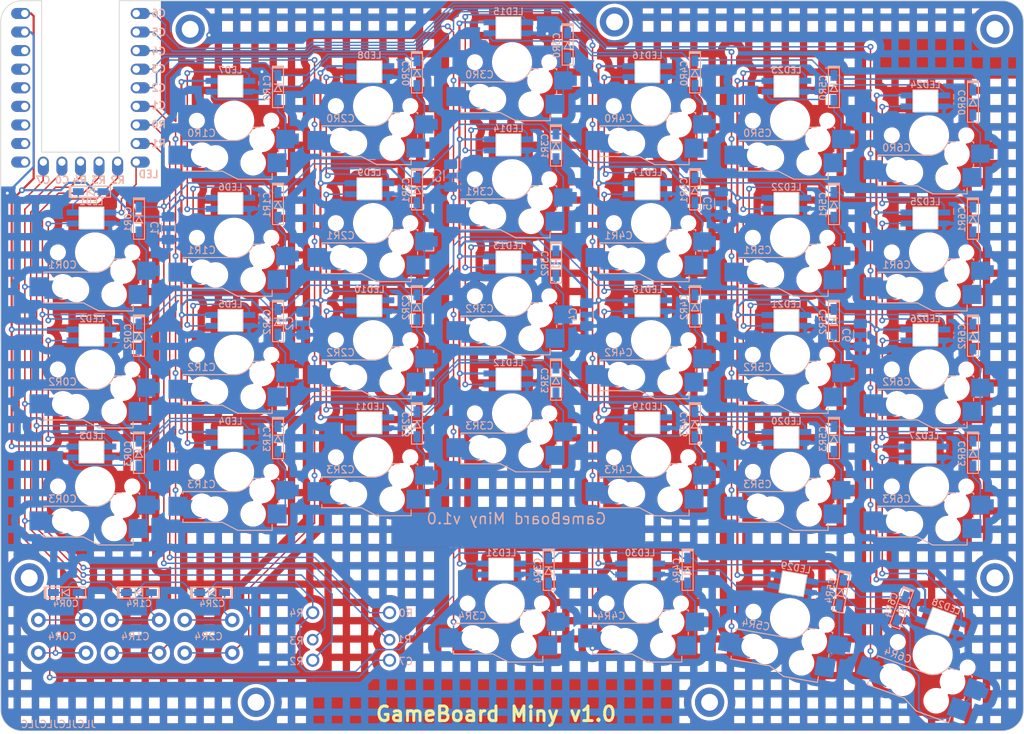
<source format=kicad_pcb>
(kicad_pcb (version 20221018) (generator pcbnew)
  (layers (0 "F.Cu" signal) (31 "B.Cu" signal) (34 "B.Paste" user) (35 "F.Paste" user) (36 "B.SilkS" user "B.Silkscreen") (37 "F.SilkS" user "F.Silkscreen") (38 "B.Mask" user) (39 "F.Mask" user) (44 "Edge.Cuts" user))
  (net 0 "")
  (net 1 "row0")
  (net 2 "Net-(D17-A)")
  (net 3 "row4")
  (net 4 "row1")
  (net 5 "col6")
  (net 6 "row2")
  (net 7 "row3")
  (net 8 "Net-(D1-A)")
  (net 9 "GND")
  (net 10 "Net-(D2-A)")
  (net 11 "Net-(D3-A)")
  (net 12 "LED")
  (net 13 "Net-(D4-A)")
  (net 14 "Net-(D5-A)")
  (net 15 "Net-(D6-A)")
  (net 16 "Net-(D7-A)")
  (net 17 "Net-(D8-A)")
  (net 18 "Net-(D9-A)")
  (net 19 "Net-(D10-A)")
  (net 20 "Net-(D11-A)")
  (net 21 "Net-(D12-A)")
  (net 22 "Net-(D13-A)")
  (net 23 "Net-(D14-A)")
  (net 24 "Net-(D15-A)")
  (net 25 "Net-(D16-A)")
  (net 26 "Net-(D18-A)")
  (net 27 "Net-(D19-A)")
  (net 28 "Net-(D20-A)")
  (net 29 "Net-(D21-A)")
  (net 30 "Net-(D22-A)")
  (net 31 "col2")
  (net 32 "col3")
  (net 33 "col4")
  (net 34 "col0")
  (net 35 "col1")
  (net 36 "Net-(D23-A)")
  (net 37 "Net-(D24-A)")
  (net 38 "Net-(D25-A)")
  (net 39 "Net-(D26-A)")
  (net 40 "Net-(D27-A)")
  (net 41 "Net-(D28-A)")
  (net 42 "Net-(D29-A)")
  (net 43 "Net-(D30-A)")
  (net 44 "Net-(D31-A)")
  (net 45 "Net-(D32-A)")
  (net 46 "Net-(D33-A)")
  (net 47 "Net-(LED19-DOUT)")
  (net 48 "Net-(LED1-DOUT)")
  (net 49 "Net-(LED2-DOUT)")
  (net 50 "Net-(LED3-DOUT)")
  (net 51 "Net-(LED4-DOUT)")
  (net 52 "Net-(LED5-DOUT)")
  (net 53 "Net-(LED6-DOUT)")
  (net 54 "Net-(LED7-DOUT)")
  (net 55 "Net-(LED8-DOUT)")
  (net 56 "Net-(LED10-DIN)")
  (net 57 "Net-(LED10-DOUT)")
  (net 58 "Net-(LED11-DOUT)")
  (net 59 "Net-(LED12-DOUT)")
  (net 60 "Net-(LED13-DOUT)")
  (net 61 "Net-(LED14-DOUT)")
  (net 62 "Net-(LED15-DOUT)")
  (net 63 "Net-(LED16-DOUT)")
  (net 64 "Net-(LED17-DOUT)")
  (net 65 "Net-(LED18-DOUT)")
  (net 66 "Net-(LED20-DOUT)")
  (net 67 "Net-(LED21-DOUT)")
  (net 68 "Net-(LED22-DOUT)")
  (net 69 "Net-(LED23-DOUT)")
  (net 70 "Net-(LED24-DOUT)")
  (net 71 "Net-(LED25-DOUT)")
  (net 72 "Net-(LED26-DOUT)")
  (net 73 "Net-(LED27-DOUT)")
  (net 74 "col5")
  (net 75 "Net-(D34-A)")
  (net 76 "col7")
  (net 77 "Net-(LED28-DOUT)")
  (net 78 "Net-(LED29-DOUT)")
  (net 79 "Net-(LED30-DOUT)")
  (net 86 "Net-(D40-K)")
  (net 88 "+5V")
  (footprint "zzkeeb:Switch_MXKS-miny-hotswap-south-ks3d" (layer "F.Cu") (at 125.5 118.999999)
    (fp_text reference "SW19" hide)
    (fp_text value "Switch" hide)
  )
  (footprint "zzkeeb:Hole_M2-TH" (layer "F.Cu") (at 52.5 166.499999)
    (fp_text reference "H6" hide)
    (fp_text value "MountingHole" hide)
  )
  (footprint "zzkeeb:Switch_MXKS-miny-hotswap-south-ks3d" (layer "F.Cu") (at 68.5 84.999999)
    (fp_text reference "SW2" hide)
    (fp_text value "Switch" hide)
  )
  (footprint "zzkeeb:Button_Push-6mm" (layer "F.Cu") (at 26 157.499999)
    (fp_text reference "SW28" hide)
    (fp_text value "Switch" hide)
  )
  (footprint "zzkeeb:Switch_MXKS-miny-hotswap-south-ks3d" (layer "F.Cu") (at 105.5 152.999999)
    (fp_text reference "SW32" hide)
    (fp_text value "Switch" hide)
  )
  (footprint "zzkeeb:Switch_MXKS-miny-hotswap-south-ks3d" (layer "F.Cu") (at 106.5 84.999999)
    (fp_text reference "SW4" hide)
    (fp_text value "Switch" hide)
  )
  (footprint "zzkeeb:Switch_MXKS-miny-hotswap-south-ks3d" (layer "F.Cu") (at 68.5 116.999999)
    (fp_text reference "SW16" hide)
    (fp_text value "Switch" hide)
  )
  (footprint "zzkeeb:Switch_MXKS-miny-hotswap-south-ks3d" (layer "F.Cu") (at 106.5 100.999999)
    (fp_text reference "SW11" hide)
    (fp_text value "Switch" hide)
  )
  (footprint "zzkeeb:Switch_MXKS-miny-hotswap-south-ks3d" (layer "F.Cu") (at 106.5 116.999999)
    (fp_text reference "SW18" hide)
    (fp_text value "Switch" hide)
  )
  (footprint "zzkeeb:Logo_QMK-soldermask" (layer "F.Cu") (at 147.2 77.899999)
    (fp_text reference "REF**" hide)
    (fp_text value "Logo_QMK-soldermask" hide)
  )
  (footprint "zzkeeb:MCU_rp2040-zero-tht" (layer "F.Cu") (at 28.5 82.499999)
    (fp_text reference "MCU1" hide)
    (fp_text value "rp2040-zero" hide)
  )
  (footprint "zzkeeb:Switch_MXKS-miny-hotswap-south-ks3d" (layer "F.Cu") (at 144.5 136.999999)
    (fp_text reference "SW27" hide)
    (fp_text value "Switch" hide)
  )
  (footprint "zzkeeb:Switch_MXKS-miny-hotswap-south-ks3d" (layer "F.Cu") (at 68.5 132.999999)
    (fp_text reference "SW23" hide)
    (fp_text value "Switch" hide)
  )
  (footprint "zzkeeb:Switch_MXKS-miny-hotswap-south-ks3d" (layer "F.Cu") (at 49.5 134.999999)
    (fp_text reference "SW22" hide)
    (fp_text value "Switch" hide)
  )
  (footprint "zzkeeb:Button_Push-6mm" (layer "F.Cu") (at 46 157.499999)
    (fp_text reference "SW30" hide)
    (fp_text value "Switch" hide)
  )
  (footprint "zzkeeb:Switch_MXKS-miny-hotswap-south-ks3d" (layer "F.Cu") (at 30.5 136.999999)
    (fp_text reference "SW21" hide)
    (fp_text value "Switch" hide)
  )
  (footprint "zzkeeb:Switch_MXKS-miny-hotswap-south-ks3d" (layer "F.Cu") (at 144.5 120.999999)
    (fp_text reference "SW20" hide)
    (fp_text value "Switch" hide)
  )
  (footprint "zzkeeb:Switch_MXKS-miny-hotswap-south-ks3d" (layer "F.Cu") (at 144.5 104.999999)
    (fp_text reference "SW13" hide)
    (fp_text value "Switch" hide)
  )
  (footprint "zzkeeb:Switch_MXKS-miny-hotswap-south-ks3d" (layer "F.Cu") (at 49.5 118.999999)
    (fp_text reference "SW15" hide)
    (fp_text value "Switch" hide)
  )
  (footprint "zzkeeb:Hole_M2-TH" (layer "F.Cu") (at 114.5 166.499999)
    (fp_text reference "H7" hide)
    (fp_text value "MountingHole" hide)
  )
  (footprint "zzkeeb:Switch_MXKS-miny-hotswap-south-ks3d" (layer "F.Cu") (at 87.5 110.999999)
    (fp_text reference "SW17" hide)
    (fp_text value "Switch" hide)
  )
  (footprint "zzkeeb:Hole_M2-TH" (layer "F.Cu") (at 153.5 74.499999)
    (fp_text reference "H1" hide)
    (fp_text value "MountingHole" hide)
  )
  (footprint "zzkeeb:Switch_MXKS-miny-hotswap-south-ks3d" (layer "F.Cu") (at 87.5 94.999999)
    (fp_text reference "SW10" hide)
    (fp_text value "Switch" hide)
  )
  (footprint "zzkeeb:Switch_MXKS-miny-hotswap-south-ks3d" (layer "F.Cu") (at 87.5 78.999999)
    (fp_text reference "SW3" hide)
    (fp_text value "Switch" hide)
  )
  (footprint "zzkeeb:Hole_M2-TH" (layer "F.Cu") (at 21.5 149.499999)
    (fp_text reference "H2" hide)
    (fp_text value "MountingHole" hide)
  )
  (footprint "zzkeeb:Switch_MXKS-miny-hotswap-south-ks3d" (layer "F.Cu") (at 86.5 152.999999)
    (fp_text reference "SW31" hide)
    (fp_text value "Switch" hide)
  )
  (footprint "zzkeeb:Switch_MXKS-miny-hotswap-south-ks3d" (layer "F.Cu") (at 87.5 126.999999)
    (fp_text reference "SW24" hide)
    (fp_text value "Switch" hide)
  )
  (footprint "zzkeeb:Switch_MXKS-miny-hotswap-south-ks3d" (layer "F.Cu") (at 30.5 104.999999)
    (fp_text reference "SW7" hide)
    (fp_text value "Switch" hide)
  )
  (footprint "zzkeeb:Button_Push-6mm" (layer "F.Cu") (at 36 157.499999)
    (fp_text reference "SW29" hide)
    (fp_text value "Switch" hide)
  )
  (footprint "zzkeeb:Hole_M2-TH" (layer "F.Cu") (at 101.5 73.499999)
    (fp_text reference "H4" hide)
    (fp_text value "MountingHole" hide)
  )
  (footprint "zzkeeb:Switch_MXKS-miny-hotswap-south-ks3d" (layer "F.Cu") (at 144.5 88.999999)
    (fp_text reference "SW6" hide)
    (fp_text value "Switch" hide)
  )
  (footprint "zzkeeb:Switch_MXKS-miny-hotswap-south-ks3d" (layer "F.Cu") (at 30.5 120.999999)
    (fp_text reference "SW14" hide)
    (fp_text value "Switch" hide)
  )
  (footprint "zzkeeb:Button_5way" (layer "F.Cu") (at 65.5 157.499999)
    (fp_text reference "FiveWay1" hide)
    (fp_text value "5Way-Tactile_K1-1506DN-01" hide)
  )
  (footprint "zzkeeb:Switch_MXKS-miny-hotswap-south-ks3d" (layer "F.Cu") (at 49.5 86.999999)
    (fp_text reference "SW1" hide)
    (fp_text value "Switch" hide)
  )
  (footprint "zzkeeb:Hole_M2-TH" (layer "F.Cu") (at 153.5 149.499999)
    (fp_text reference "H5" hide)
    (fp_text value "MountingHole" hide)
  )
  (footprint "zzkeeb:Switch_MXKS-miny-hotswap-south-ks3d" (layer "F.Cu") (at 125.5 102.999999)
    (fp_text reference "SW12" hide)
    (fp_text value "Switch" hide)
  )
  (footprint "zzkeeb:Switch_MXKS-miny-hotswap-south-ks3d" (layer "F.Cu") (at 106.5 132.999999)
    (fp_text reference "SW25" hide)
    (fp_text value "Switch" hide)
  )
  (footprint "zzkeeb:Switch_MXKS-miny-hotswap-south-ks3d" (layer "F.Cu") (at 125.5 154.999999 -10)
    (fp_text reference "SW33" hide)
    (fp_text value "Switch" hide)
  )
  (footprint "zzkeeb:Switch_MXKS-miny-hotswap-south-ks3d" (layer "F.Cu") (at 125.5 134.999999)
    (fp_text reference "SW26" hide)
    (fp_text value "Switch" hide)
  )
  (footprint "zzkeeb:Switch_MXKS-miny-hotswap-south-ks3d" (layer "F.Cu") (at 145 159.999999 -20)
    (fp_text reference "SW34" hide)
    (fp_text value "Switch" hide)
  )
  (footprint "zzkeeb:Switch_MXKS-miny-hotswap-south-ks3d" (layer "F.Cu") (at 68.5 100.999999)
    (fp_text reference "SW9" hide)
    (fp_text value "Switch" hide)
  )
  (footprint "zzkeeb:Switch_MXKS-miny-hotswap-south-ks3d" (layer "F.Cu") (at 125.5 86.999999)
    (fp_text reference "SW5" hide)
    (fp_text value "Switch" hide)
  )
  (footprint "zzkeeb:Hole_M2-TH" (layer "F.Cu") (at 43.5 74.499999)
    (fp_text reference "H3" hide)
    (fp_text value "MountingHole" hide)
  )
  (footprint "zzkeeb:Switch_MXKS-miny-hotswap-south-ks3d" (layer "F.Cu") (at 49.5 102.999999)
    (fp_text reference "SW8" hide)
    (fp_text value "Switch" hide)
  )
  (footprint "zzkeeb:LED_SK6812-MINI-E" (layer "B.Cu") (at 105 148.299999 180)
    (fp_text reference "LED30")
    (fp_text value "YS-SK6812MINI-E" hide)
    (fp_line (start -1.7 -1.5) (end 1.7 -1.5) (stroke (width 0.12)) (layer "Edge.Cuts"))
    (fp_line (start -1.7 1.5) (end -1.7 -1.5) (stroke (width 0.12)) (layer "Edge.Cuts"))
    (fp_line (start 1.7 -1.5) (end 1.7 1.5) (stroke (width 0.12)) (layer "Edge.Cuts"))
    (fp_line (start 1.7 1.5) (end -1.7 1.5) (stroke (width 0.12)) (layer "Edge.Cuts"))
  )
  (footprint "zzkeeb:LED_SK6812-MINI-E" (layer "B.Cu") (at 49 114.299999 180)
    (fp_text reference "LED5")
    (fp_text value "YS-SK6812MINI-E" hide)
    (fp_line (start -1.7 -1.5) (end 1.7 -1.5) (stroke (width 0.12)) (layer "Edge.Cuts"))
    (fp_line (start -1.7 1.5) (end -1.7 -1.5) (stroke (width 0.12)) (layer "Edge.Cuts"))
    (fp_line (start 1.7 -1.5) (end 1.7 1.5) (stroke (width 0.12)) (layer "Edge.Cuts"))
    (fp_line (start 1.7 1.5) (end -1.7 1.5) (stroke (width 0.12)) (layer "Edge.Cuts"))
  )
  (footprint "zzkeeb:Diode_1N4148-SOD123" (layer "B.Cu") (at 131.5 82.499999 -90)
    (fp_text reference "D5" hide)
    (fp_text value "D" hide)
  )
  (footprint "zzkeeb:LED_SK6812-MINI-E" (layer "B.Cu") (at 68 128.299999 180)
    (fp_text reference "LED11")
    (fp_text value "YS-SK6812MINI-E" hide)
    (fp_line (start -1.7 -1.5) (end 1.7 -1.5) (stroke (width 0.12)) (layer "Edge.Cuts"))
    (fp_line (start -1.7 1.5) (end -1.7 -1.5) (stroke (width 0.12)) (layer "Edge.Cuts"))
    (fp_line (start 1.7 -1.5) (end 1.7 1.5) (stroke (width 0.12)) (layer "Edge.Cuts"))
    (fp_line (start 1.7 1.5) (end -1.7 1.5) (stroke (width 0.12)) (layer "Edge.Cuts"))
  )
  (footprint "zzkeeb:Diode_1N4148-SOD123" (layer "B.Cu") (at 55.5 82.499999 -90)
    (fp_text reference "D1" hide)
    (fp_text value "D" hide)
  )
  (footprint "zzkeeb:LED_SK6812-MINI-E" (layer "B.Cu") (at 49 82.299999 180)
    (fp_text reference "LED7")
    (fp_text value "YS-SK6812MINI-E" hide)
    (fp_line (start -1.7 -1.5) (end 1.7 -1.5) (stroke (width 0.12)) (layer "Edge.Cuts"))
    (fp_line (start -1.7 1.5) (end -1.7 -1.5) (stroke (width 0.12)) (layer "Edge.Cuts"))
    (fp_line (start 1.7 -1.5) (end 1.7 1.5) (stroke (width 0.12)) (layer "Edge.Cuts"))
    (fp_line (start 1.7 1.5) (end -1.7 1.5) (stroke (width 0.12)) (layer "Edge.Cuts"))
  )
  (footprint "zzkeeb:LED_SK6812-MINI-E" (layer "B.Cu") (at 68 80.299999 180)
    (fp_text reference "LED8")
    (fp_text value "YS-SK6812MINI-E" hide)
    (fp_line (start -1.7 -1.5) (end 1.7 -1.5) (stroke (width 0.12)) (layer "Edge.Cuts"))
    (fp_line (start -1.7 1.5) (end -1.7 -1.5) (stroke (width 0.12)) (layer "Edge.Cuts"))
    (fp_line (start 1.7 -1.5) (end 1.7 1.5) (stroke (width 0.12)) (layer "Edge.Cuts"))
    (fp_line (start 1.7 1.5) (end -1.7 1.5) (stroke (width 0.12)) (layer "Edge.Cuts"))
  )
  (footprint "zzkeeb:LED_SK6812-MINI-E" (layer "B.Cu") (at 106 96.299999 180)
    (fp_text reference "LED17")
    (fp_text value "YS-SK6812MINI-E" hide)
    (fp_line (start -1.7 -1.5) (end 1.7 -1.5) (stroke (width 0.12)) (layer "Edge.Cuts"))
    (fp_line (start -1.7 1.5) (end -1.7 -1.5) (stroke (width 0.12)) (layer "Edge.Cuts"))
    (fp_line (start 1.7 -1.5) (end 1.7 1.5) (stroke (width 0.12)) (layer "Edge.Cuts"))
    (fp_line (start 1.7 1.5) (end -1.7 1.5) (stroke (width 0.12)) (layer "Edge.Cuts"))
  )
  (footprint "zzkeeb:Diode_1N4148-SOD123" (layer "B.Cu") (at 74.5 112.499999 -90)
    (fp_text reference "D16" hide)
    (fp_text value "D" hide)
  )
  (footprint "zzkeeb:Diode_1N4148-SOD123" (layer "B.Cu") (at 46.5 151.499999)
    (fp_text reference "D30" hide)
    (fp_text value "D" hide)
  )
  (footprint "zzkeeb:Diode_1N4148-SOD123" (layer "B.Cu") (at 92.5 148.499999 -90)
    (fp_text reference "D31" hide)
    (fp_text value "D" hide)
  )
  (footprint "zzkeeb:LED_SK6812-MINI-E" (layer "B.Cu") (at 87 106.299999 180)
    (fp_text reference "LED13")
    (fp_text value "YS-SK6812MINI-E" hide)
    (fp_line (start -1.7 -1.5) (end 1.7 -1.5) (stroke (width 0.12)) (layer "Edge.Cuts"))
    (fp_line (start -1.7 1.5) (end -1.7 -1.5) (stroke (width 0.12)) (layer "Edge.Cuts"))
    (fp_line (start 1.7 -1.5) (end 1.7 1.5) (stroke (width 0.12)) (layer "Edge.Cuts"))
    (fp_line (start 1.7 1.5) (end -1.7 1.5) (stroke (width 0.12)) (layer "Edge.Cuts"))
  )
  (footprint "zzkeeb:Diode_1N4148-SOD123" (layer "B.Cu") (at 131.5 130.499999 -90)
    (fp_text reference "D26" hide)
    (fp_text value "D" hide)
  )
  (footprint "zzkeeb:Diode_1N4148-SOD123" (layer "B.Cu") (at 112.5 96.499999 -90)
    (fp_text reference "D11" hide)
    (fp_text value "D" hide)
  )
  (footprint "zzkeeb:LED_SK6812-MINI-E" (layer "B.Cu") (at 106 80.299999 180)
    (fp_text reference "LED16")
    (fp_text value "YS-SK6812MINI-E" hide)
    (fp_line (start -1.7 -1.5) (end 1.7 -1.5) (stroke (width 0.12)) (layer "Edge.Cuts"))
    (fp_line (start -1.7 1.5) (end -1.7 -1.5) (stroke (width 0.12)) (layer "Edge.Cuts"))
    (fp_line (start 1.7 -1.5) (end 1.7 1.5) (stroke (width 0.12)) (layer "Edge.Cuts"))
    (fp_line (start 1.7 1.5) (end -1.7 1.5) (stroke (width 0.12)) (layer "Edge.Cuts"))
  )
  (footprint "zzkeeb:Diode_1N4148-SOD123" (layer "B.Cu") (at 93.5 106.499999 -90)
    (fp_text reference "D17" hide)
    (fp_text value "D" hide)
  )
  (footprint "zzkeeb:LED_SK6812-MINI-E" (layer "B.Cu") (at 68 96.299999 180)
    (fp_text reference "LED9")
    (fp_text value "YS-SK6812MINI-E" hide)
    (fp_line (start -1.7 -1.5) (end 1.7 -1.5) (stroke (width 0.12)) (layer "Edge.Cuts"))
    (fp_line (start -1.7 1.5) (end -1.7 -1.5) (stroke (width 0.12)) (layer "Edge.Cuts"))
    (fp_line (start 1.7 -1.5) (end 1.7 1.5) (stroke (width 0.12)) (layer "Edge.Cuts"))
    (fp_line (start 1.7 1.5) (end -1.7 1.5) (stroke (width 0.12)) (layer "Edge.Cuts"))
  )
  (footprint "zzkeeb:LED_SK6812-MINI-E" (layer "B.Cu") (at 146.1 155.499999 160)
    (fp_text reference "LED28")
    (fp_text value "YS-SK6812MINI-E" hide)
    (fp_line (start -1.7 -1.5) (end 1.7 -1.5) (stroke (width 0.12)) (layer "Edge.Cuts"))
    (fp_line (start -1.7 1.5) (end -1.7 -1.5) (stroke (width 0.12)) (layer "Edge.Cuts"))
    (fp_line (start 1.7 -1.5) (end 1.7 1.5) (stroke (width 0.12)) (layer "Edge.Cuts"))
    (fp_line (start 1.7 1.5) (end -1.7 1.5) (stroke (width 0.12)) (layer "Edge.Cuts"))
  )
  (footprint "zzkeeb:LED_SK6812-MINI-E" (layer "B.Cu") (at 30 116.299999 180)
    (fp_text reference "LED2")
    (fp_text value "YS-SK6812MINI-E" hide)
    (fp_line (start -1.7 -1.5) (end 1.7 -1.5) (stroke (width 0.12)) (layer "Edge.Cuts"))
    (fp_line (start -1.7 1.5) (end -1.7 -1.5) (stroke (width 0.12)) (layer "Edge.Cuts"))
    (fp_line (start 1.7 -1.5) (end 1.7 1.5) (stroke (width 0.12)) (layer "Edge.Cuts"))
    (fp_line (start 1.7 1.5) (end -1.7 1.5) (stroke (width 0.12)) (layer "Edge.Cuts"))
  )
  (footprint "zzkeeb:LED_SK6812-MINI-E" (layer "B.Cu") (at 87 122.299999 180)
    (fp_text reference "LED12")
    (fp_text value "YS-SK6812MINI-E" hide)
    (fp_line (start -1.7 -1.5) (end 1.7 -1.5) (stroke (width 0.12)) (layer "Edge.Cuts"))
    (fp_line (start -1.7 1.5) (end -1.7 -1.5) (stroke (width 0.12)) (layer "Edge.Cuts"))
    (fp_line (start 1.7 -1.5) (end 1.7 1.5) (stroke (width 0.12)) (layer "Edge.Cuts"))
    (fp_line (start 1.7 1.5) (end -1.7 1.5) (stroke (width 0.12)) (layer "Edge.Cuts"))
  )
  (footprint "zzkeeb:LED_SK6812-MINI-E" (layer "B.Cu") (at 125 98.299999 180)
    (fp_text reference "LED22")
    (fp_text value "YS-SK6812MINI-E" hide)
    (fp_line (start -1.7 -1.5) (end 1.7 -1.5) (stroke (width 0.12)) (layer "Edge.Cuts"))
    (fp_line (start -1.7 1.5) (end -1.7 -1.5) (stroke (width 0.12)) (layer "Edge.Cuts"))
    (fp_line (start 1.7 -1.5) (end 1.7 1.5) (stroke (width 0.12)) (layer "Edge.Cuts"))
    (fp_line (start 1.7 1.5) (end -1.7 1.5) (stroke (width 0.12)) (layer "Edge.Cuts"))
  )
  (footprint "zzkeeb:LED_SK6812-MINI-E" (layer "B.Cu") (at 144 100.299999 180)
    (fp_text reference "LED25")
    (fp_text value "YS-SK6812MINI-E" hide)
    (fp_line (start -1.7 -1.5) (end 1.7 -1.5) (stroke (width 0.12)) (layer "Edge.Cuts"))
    (fp_line (start -1.7 1.5) (end -1.7 -1.5) (stroke (width 0.12)) (layer "Edge.Cuts"))
    (fp_line (start 1.7 -1.5) (end 1.7 1.5) (stroke (width 0.12)) (layer "Edge.Cuts"))
    (fp_line (start 1.7 1.5) (end -1.7 1.5) (stroke (width 0.12)) (layer "Edge.Cuts"))
  )
  (footprint "zzkeeb:Diode_1N4148-SOD123" (layer "B.Cu") (at 111.5 148.499999 -90)
    (fp_text reference "D32" hide)
    (fp_text value "D" hide)
  )
  (footprint "zzkeeb:Diode_1N4148-SOD123" (layer "B.Cu") (at 93.5 90.499999 -90)
    (fp_text reference "D10" hide)
    (fp_text value "D" hide)
  )
  (footprint "zzkeeb:Diode_1N4148-SOD123" (layer "B.Cu") (at 150.5 116.499999 -90)
    (fp_text reference "D20" hide)
    (fp_text value "D" hide)
  )
  (footprint "zzkeeb:LED_SK6812-MINI-E" (layer "B.Cu") (at 125 114.299999 180)
    (fp_text reference "LED21")
    (fp_text value "YS-SK6812MINI-E" hide)
    (fp_line (start -1.7 -1.5) (end 1.7 -1.5) (stroke (width 0.12)) (layer "Edge.Cuts"))
    (fp_line (start -1.7 1.5) (end -1.7 -1.5) (stroke (width 0.12)) (layer "Edge.Cuts"))
    (fp_line (start 1.7 -1.5) (end 1.7 1.5) (stroke (width 0.12)) (layer "Edge.Cuts"))
    (fp_line (start 1.7 1.5) (end -1.7 1.5) (stroke (width 0.12)) (layer "Edge.Cuts"))
  )
  (footprint "zzkeeb:LED_SK6812-MINI-E" (layer "B.Cu") (at 143.8 132.299999 180)
    (fp_text reference "LED27")
    (fp_text value "YS-SK6812MINI-E" hide)
    (fp_line (start -1.7 -1.5) (end 1.7 -1.5) (stroke (width 0.12)) (layer "Edge.Cuts"))
    (fp_line (start -1.7 1.5) (end -1.7 -1.5) (stroke (width 0.12)) (layer "Edge.Cuts"))
    (fp_line (start 1.7 -1.5) (end 1.7 1.5) (stroke (width 0.12)) (layer "Edge.Cuts"))
    (fp_line (start 1.7 1.5) (end -1.7 1.5) (stroke (width 0.12)) (layer "Edge.Cuts"))
  )
  (footprint "zzkeeb:LED_SK6812-MINI-E" (layer "B.Cu") (at 125.9 150.299999 170)
    (fp_text reference "LED29")
    (fp_text value "YS-SK6812MINI-E" hide)
    (fp_line (start -1.7 -1.5) (end 1.7 -1.5) (stroke (width 0.12)) (layer "Edge.Cuts"))
    (fp_line (start -1.7 1.5) (end -1.7 -1.5) (stroke (width 0.12)) (layer "Edge.Cuts"))
    (fp_line (start 1.7 -1.5) (end 1.7 1.5) (stroke (width 0.12)) (layer "Edge.Cuts"))
    (fp_line (start 1.7 1.5) (end -1.7 1.5) (stroke (width 0.12)) (layer "Edge.Cuts"))
  )
  (footprint "Capacitor_SMD:C_1206_3216Metric_Pad1.33x1.80mm_HandSolder" (layer "B.Cu") (at 40.5 101.699999 -90)
    (fp_text reference "C1")
    (fp_text value "100n")
  )
  (footprint "zzkeeb:LED_SK6812-MINI-E" (layer "B.Cu") (at 106 112.299999 180)
    (fp_text reference "LED18")
    (fp_text value "YS-SK6812MINI-E" hide)
    (fp_line (start -1.7 -1.5) (end 1.7 -1.5) (stroke (width 0.12)) (layer "Edge.Cuts"))
    (fp_line (start -1.7 1.5) (end -1.7 -1.5) (stroke (width 0.12)) (layer "Edge.Cuts"))
    (fp_line (start 1.7 -1.5) (end 1.7 1.5) (stroke (width 0.12)) (layer "Edge.Cuts"))
    (fp_line (start 1.7 1.5) (end -1.7 1.5) (stroke (width 0.12)) (layer "Edge.Cuts"))
  )
  (footprint "zzkeeb:Diode_1N4148-SOD123" (layer "B.Cu") (at 55.5 98.499999 -90)
    (fp_text reference "D8" hide)
    (fp_text value "D" hide)
  )
  (footprint "zzkeeb:LED_SK6812-MINI-E" (layer "B.Cu") (at 49 130.299999 180)
    (fp_text reference "LED4")
    (fp_text value "YS-SK6812MINI-E" hide)
    (fp_line (start -1.7 -1.5) (end 1.7 -1.5) (stroke (width 0.12)) (layer "Edge.Cuts"))
    (fp_line (start -1.7 1.5) (end -1.7 -1.5) (stroke (width 0.12)) (layer "Edge.Cuts"))
    (fp_line (start 1.7 -1.5) (end 1.7 1.5) (stroke (width 0.12)) (layer "Edge.Cuts"))
    (fp_line (start 1.7 1.5) (end -1.7 1.5) (stroke (width 0.12)) (layer "Edge.Cuts"))
  )
  (footprint "Capacitor_SMD:C_1206_3216Metric_Pad1.33x1.80mm_HandSolder" (layer "B.Cu") (at 135.1 116.299999 -90)
    (fp_text reference "C6")
    (fp_text value "100n")
  )
  (footprint "zzkeeb:LED_SK6812-MINI-E" (layer "B.Cu") (at 87 74.299999 180)
    (fp_text reference "LED15")
    (fp_text value "YS-SK6812MINI-E" hide)
    (fp_line (start -1.7 -1.5) (end 1.7 -1.5) (stroke (width 0.12)) (layer "Edge.Cuts"))
    (fp_line (start -1.7 1.5) (end -1.7 -1.5) (stroke (width 0.12)) (layer "Edge.Cuts"))
    (fp_line (start 1.7 -1.5) (end 1.7 1.5) (stroke (width 0.12)) (layer "Edge.Cuts"))
    (fp_line (start 1.7 1.5) (end -1.7 1.5) (stroke (width 0.12)) (layer "Edge.Cuts"))
  )
  (footprint "zzkeeb:Diode_1N4148-SOD123" (layer "B.Cu") (at 74.5 128.499999 -90)
    (fp_text reference "D23" hide)
    (fp_text value "D" hide)
  )
  (footprint "zzkeeb:Diode_1N4148-SOD123" (layer "B.Cu") (at 93.5 122.499999 -90)
    (fp_text reference "D24" hide)
    (fp_text value "D" hide)
  )
  (footprint "Capacitor_SMD:C_1206_3216Metric_Pad1.33x1.80mm_HandSolder" (layer "B.Cu") (at 97.7 113.499999 -90)
    (fp_text reference "C4")
    (fp_text value "100n")
  )
  (footprint "zzkeeb:LED_SK6812-MINI-E" (layer "B.Cu") (at 144 116.299999 180)
    (fp_text reference "LED26")
    (fp_text value "YS-SK6812MINI-E" hide)
    (fp_line (start -1.7 -1.5) (end 1.7 -1.5) (stroke (width 0.12)) (layer "Edge.Cuts"))
    (fp_line (start -1.7 1.5) (end -1.7 -1.5) (stroke (width 0.12)) (layer "Edge.Cuts"))
    (fp_line (start 1.7 -1.5) (end 1.7 1.5) (stroke (width 0.12)) (layer "Edge.Cuts"))
    (fp_line (start 1.7 1.5) (end -1.7 1.5) (stroke (width 0.12)) (layer "Edge.Cuts"))
  )
  (footprint "zzkeeb:Diode_1N4148-SOD123" (layer "B.Cu") (at 36.5 116.499999 -90)
    (fp_text reference "D14" hide)
    (fp_text value "D" hide)
  )
  (footprint "zzkeeb:Diode_1N4148-SOD123" (layer "B.Cu") (at 132.5 151.499999 -100)
    (fp_text reference "D33" hide)
    (fp_text value "D" hide)
  )
  (footprint "zzkeeb:LED_SK6812-MINI-E" (layer "B.Cu") (at 86 148.299999 180)
    (fp_text reference "LED31")
    (fp_text value "YS-SK6812MINI-E" hide)
    (fp_line (start -1.7 -1.5) (end 1.7 -1.5) (stroke (width 0.12)) (layer "Edge.Cuts"))
    (fp_line (start -1.7 1.5) (end -1.7 -1.5) (stroke (width 0.12)) (layer "Edge.Cuts"))
    (fp_line (start 1.7 -1.5) (end 1.7 1.5) (stroke (width 0.12)) (layer "Edge.Cuts"))
    (fp_line (start 1.7 1.5) (end -1.7 1.5) (stroke (width 0.12)) (layer "Edge.Cuts"))
  )
  (footprint "Capacitor_SMD:C_1206_3216Metric_Pad1.33x1.80mm_HandSolder" (layer "B.Cu") (at 58.9 114.699999 -90)
    (fp_text reference "C2")
    (fp_text value "100n")
  )
  (footprint "Capacitor_SMD:C_1206_3216Metric_Pad1.33x1.80mm_HandSolder" (layer "B.Cu") (at 79.1 94.499999 -90)
    (fp_text reference "C3")
    (fp_text value "100n")
  )
  (footprint "zzkeeb:Diode_1N4148-SOD123" (layer "B.Cu") (at 74.5 80.499999 -90)
    (fp_text reference "D2" hide)
    (fp_text value "D" hide)
  )
  (footprint "zzkeeb:Diode_1N4148-SOD123" (layer "B.Cu") (at 26.5 151.499999)
    (fp_text reference "D28" hide)
    (fp_text value "D" hide)
  )
  (footprint "zzkeeb:LED_SK6812-MINI-E" (layer "B.Cu") (at 68 112.299999 180)
    (fp_text reference "LED10")
    (fp_text value "YS-SK6812MINI-E" hide)
    (fp_line (start -1.7 -1.5) (end 1.7 -1.5) (stroke (width 0.12)) (layer "Edge.Cuts"))
    (fp_line (start -1.7 1.5) (end -1.7 -1.5) (stroke (width 0.12)) (layer "Edge.Cuts"))
    (fp_line (start 1.7 -1.5) (end 1.7 1.5) (stroke (width 0.12)) (layer "Edge.Cuts"))
    (fp_line (start 1.7 1.5) (end -1.7 1.5) (stroke (width 0.12)) (layer "Edge.Cuts"))
  )
  (footprint "zzkeeb:Diode_1N4148-SOD123" (layer "B.Cu") (at 36.5 132.499999 -90)
    (fp_text reference "D21" hide)
    (fp_text value "D" hide)
  )
  (footprint "zzkeeb:Diode_1N4148-SOD123" (layer "B.Cu") (at 36.5 100.499999 -90)
    (fp_text reference "D7" hide)
    (fp_text value "D" hide)
  )
  (footprint "zzkeeb:Diode_1N4148-SOD123" (layer "B.Cu") (at 112.5 112.499999 -90)
    (fp_text reference "D18" hide)
    (fp_text value "D" hide)
  )
  (footprint "Capacitor_SMD:C_1206_3216Metric_Pad1.33x1.80mm_HandSolder" (layer "B.Cu") (at 116.1 98.299999 -90)
    (fp_text reference "C5")
    (fp_text value "100n")
  )
  (footprint "zzkeeb:Diode_1N4148-SOD123" (layer "B.Cu") (at 95.1 76.699999 -90)
    (fp_text reference "D3" hide)
    (fp_text value "D" hide)
  )
  (footprint "zzkeeb:LED_SK6812-MINI-E" (layer "B.Cu") (at 125 130.299999 180)
    (fp_text reference "LED20")
    (fp_text value "YS-SK6812MINI-E" hide)
    (fp_line (start -1.7 -1.5) (end 1.7 -1.5) (stroke (width 0.12)) (layer "Edge.Cuts"))
    (fp_line (start -1.7 1.5) (end -1.7 -1.5) (stroke (width 0.12)) (layer "Edge.Cuts"))
    (fp_line (start 1.7 -1.5) (end 1.7 1.5) (stroke (width 0.12)) (layer "Edge.Cuts"))
    (fp_line (start 1.7 1.5) (end -1.7 1.5) (stroke (width 0.12)) (layer "Edge.Cuts"))
  )
  (footprint "zzkeeb:Diode_1N4148-SOD123" (layer "B.Cu") (at 131.5 114.499999 -90)
    (fp_text reference "D19" hide)
    (fp_text value "D" hide)
  )
  (footprint "zzkeeb:LED_SK6812-MINI-E" (layer "B.Cu") (at 49 98.299999 180)
    (fp_text reference "LED6")
    (fp_text value "YS-SK6812MINI-E" hide)
    (fp_line (start -1.7 -1.5) (end 1.7 -1.5) (stroke (width 0.12)) (layer "Edge.Cuts"))
    (fp_line (start -1.7 1.5) (end -1.7 -1.5) (stroke (width 0.12)) (layer "Edge.Cuts"))
    (fp_line (start 1.7 -1.5) (end 1.7 1.5) (stroke (width 0.12)) (layer "Edge.Cuts"))
    (fp_line (start 1.7 1.5) (end -1.7 1.5) (stroke (width 0.12)) (layer "Edge.Cuts"))
  )
  (footprint "zzkeeb:Diode_1N4148-SOD123" (layer "B.Cu") (at 112.5 80.499999 -90)
    (fp_text reference "D4" hide)
    (fp_text value "D" hide)
  )
  (footprint "zzkeeb:Diode_1N4148-SOD123" (layer "B.Cu") (at 36.5 151.499999)
    (fp_text reference "D29" hide)
    (fp_text value "D" hide)
  )
  (footprint "zzkeeb:LED_SK6812-MINI-E" (layer "B.Cu") (at 144 84.299999 180)
    (fp_text reference "LED24")
    (fp_text value "YS-SK6812MINI-E" hide)
    (fp_line (start -1.7 -1.5) (end 1.7 -1.5) (stroke (width 0.12)) (layer "Edge.Cuts"))
    (fp_line (start -1.7 1.5) (end -1.7 -1.5) (stroke (width 0.12)) (layer "Edge.Cuts"))
    (fp_line (start 1.7 -1.5) (end 1.7 1.5) (stroke (width 0.12)) (layer "Edge.Cuts"))
    (fp_line (start 1.7 1.5) (end -1.7 1.5) (stroke (width 0.12)) (layer "Edge.Cuts"))
  )
  (footprint "zzkeeb:Diode_1N4148-SOD123" (layer "B.Cu") (at 55.5 114.499999 -90)
    (fp_text reference "D15" hide)
    (fp_text value "D" hide)
  )
  (footprint "zzkeeb:Diode_1N4148-SOD123" (layer "B.Cu") (at 150.5 132.499999 -90)
    (fp_text reference "D27" hide)
    (fp_text value "D" hide)
  )
  (footprint "zzkeeb:LED_SK6812-MINI-E" (layer "B.Cu") (at 30 132.299999 180)
    (fp_text reference "LED3")
    (fp_text value "YS-SK6812MINI-E" hide)
    (fp_line (start -1.7 -1.5) (end 1.7 -1.5) (stroke (width 0.12)) (layer "Edge.Cuts"))
    (fp_line (start -1.7 1.5) (end -1.7 -1.5) (stroke (width 0.12)) (layer "Edge.Cuts"))
    (fp_line (start 1.7 -1.5) (end 1.7 1.5) (stroke (width 0.12)) (layer "Edge.Cuts"))
    (fp_line (start 1.7 1.5) (end -1.7 1.5) (stroke (width 0.12)) (layer "Edge.Cuts"))
  )
  (footprint "zzkeeb:Diode_1N4148-SOD123" (layer "B.Cu") (at 131.5 98.499999 -90)
    (fp_text reference "D12" hide)
    (fp_text value "D" hide)
  )
  (footprint "zzkeeb:Diode_1N4148-SOD123" (layer "B.Cu") (at 29.9 96.699999)
    (fp_text reference "D40" hide)
    (fp_text value "D" hide)
  )
  (footprint "zzkeeb:Diode_1N4148-SOD123" (layer "B.Cu") (at 55.5 130.499999 -90)
    (fp_text reference "D22" hide)
    (fp_text value "D" hide)
  )
  (footprint "zzkeeb:Diode_1N4148-SOD123" (layer "B.Cu") (at 74.5 96.499999 -90)
    (fp_text reference "D9" hide)
    (fp_text value "D" hide)
  )
  (footprint "zzkeeb:LED_SK6812-MINI-E" (layer "B.Cu") (at 87 90.299999 180)
    (fp_text reference "LED14")
    (fp_text value "YS-SK6812MINI-E" hide)
    (fp_line (start -1.7 -1.5) (end 1.7 -1.5) (stroke (width 0.12)) (layer "Edge.Cuts"))
    (fp_line (start -1.7 1.5) (end -1.7 -1.5) (stroke (width 0.12)) (layer "Edge.Cuts"))
    (fp_line (start 1.7 -1.5) (end 1.7 1.5) (stroke (width 0.12)) (layer "Edge.Cuts"))
    (fp_line (start 1.7 1.5) (end -1.7 1.5) (stroke (width 0.12)) (layer "Edge.Cuts"))
  )
  (footprint "zzkeeb:LED_SK6812-MINI-E" (layer "B.Cu") (at 125 82.299999 180)
    (fp_text reference "LED23")
    (fp_text value "YS-SK6812MINI-E" hide)
    (fp_line (start -1.7 -1.5) (end 1.7 -1.5) (stroke (width 0.12)) (layer "Edge.Cuts"))
    (fp_line (start -1.7 1.5) (end -1.7 -1.5) (stroke (width 0.12)) (layer "Edge.Cuts"))
    (fp_line (start 1.7 -1.5) (end 1.7 1.5) (stroke (width 0.12)) (layer "Edge.Cuts"))
    (fp_line (start 1.7 1.5) (end -1.7 1.5) (stroke (width 0.12)) (layer "Edge.Cuts"))
  )
  (footprint "zzkeeb:LED_SK6812-MINI-E" (layer "B.Cu") (at 30 100.299999 180)
    (fp_text reference "LED1")
    (fp_text value "YS-SK6812MINI-E" hide)
    (fp_line (start -1.7 -1.5) (end 1.7 -1.5) (stroke (width 0.12)) (layer "Edge.Cuts"))
    (fp_line (start -1.7 1.5) (end -1.7 -1.5) (stroke (width 0.12)) (layer "Edge.Cuts"))
    (fp_line (start 1.7 -1.5) (end 1.7 1.5) (stroke (width 0.12)) (layer "Edge.Cuts"))
    (fp_line (start 1.7 1.5) (end -1.7 1.5) (stroke (width 0.12)) (layer "Edge.Cuts"))
  )
  (footprint "zzkeeb:LED_SK6812-MINI-E" (layer "B.Cu") (at 106 128.299999 180)
    (fp_text reference "LED19")
    (fp_text value "YS-SK6812MINI-E" hide)
    (fp_line (start -1.7 -1.5) (end 1.7 -1.5) (stroke (width 0.12)) (layer "Edge.Cuts"))
    (fp_line (start -1.7 1.5) (end -1.7 -1.5) (stroke (width 0.12)) (layer "Edge.Cuts"))
    (fp_line (start 1.7 -1.5) (end 1.7 1.5) (stroke (width 0.12)) (layer "Edge.Cuts"))
    (fp_line (start 1.7 1.5) (end -1.7 1.5) (stroke (width 0.12)) (layer "Edge.Cuts"))
  )
  (footprint "zzkeeb:Diode_1N4148-SOD123" (layer "B.Cu") (at 112.5 128.499999 -90)
    (fp_text reference "D25" hide)
    (fp_text value "D" hide)
  )
  (footprint "zzkeeb:Diode_1N4148-SOD123" (layer "B.Cu") (at 150.5 84.499999 -90)
    (fp_text reference "D6" hide)
    (fp_text value "D" hide)
  )
  (footprint "zzkeeb:Diode_1N4148-SOD123" (layer "B.Cu") (at 140.7 153.699999 -110)
    (fp_text reference "D34" hide)
    (fp_text value "D" hide)
  )
  (footprint "zzkeeb:Diode_1N4148-SOD123" (layer "B.Cu") (at 150.5 100.499999 -90)
    (fp_text reference "D13" hide)
    (fp_text value "D" hide)
  )
  (gr_line (start 33.8 91.299999) (end 33.8 70.599999) (stroke (width 0.1)) (layer "Edge.Cuts"))
  (gr_arc (start 157.4 167.499999) (mid 156.55061 169.550609) (end 154.5 170.399999) (stroke (width 0.1)) (layer "Edge.Cuts"))
  (gr_line (start 154.5 170.399999) (end 20.5 170.399999) (stroke (width 0.1)) (layer "Edge.Cuts"))
  (gr_arc (start 154.5 70.599999) (mid 156.55061 71.449389) (end 157.4 73.499999) (stroke (width 0.1)) (layer "Edge.Cuts"))
  (gr_line (start 157.4 73.499999) (end 157.4 167.499999) (stroke (width 0.1)) (layer "Edge.Cuts"))
  (gr_line (start 23.2 91.299999) (end 33.8 91.299999) (stroke (width 0.1)) (layer "Edge.Cuts"))
  (gr_arc (start 20.5 170.399999) (mid 18.449391 169.550609) (end 17.6 167.499999) (stroke (width 0.1)) (layer "Edge.Cuts"))
  (gr_line (start 33.8 70.599999) (end 154.5 70.599999) (stroke (width 0.1)) (layer "Edge.Cuts"))
  (gr_line (start 23.2 70.599999) (end 23.2 91.299999) (stroke (width 0.1)) (layer "Edge.Cuts"))
  (gr_line (start 17.6 167.499999) (end 17.6 73.499999) (stroke (width 0.1)) (layer "Edge.Cuts"))
  (gr_line (start 20.5 70.599999) (end 23.2 70.599999) (stroke (width 0.1)) (layer "Edge.Cuts"))
  (gr_arc (start 17.6 73.499999) (mid 18.449391 71.44939) (end 20.5 70.599999) (stroke (width 0.1)) (layer "Edge.Cuts"))
  (gr_text "R3" (at 59.1 158.099999) (layer "B.SilkS") (effects (font (size 1 1)) (justify left mirror)))
  (gr_text "R0" (at 71.9 154.299999) (layer "B.SilkS") (effects (font (size 1 1)) (justify right mirror)))
  (gr_text "R2" (at 59.1 160.899999) (layer "B.SilkS") (effects (font (size 1 1)) (justify left mirror)))
  (gr_text "C5" (at 40.3 75.499999) (layer "B.SilkS") (effects (font (size 1 1) (thickness 0.2) bold) (justify left bottom mirror)))
  (gr_text "R1" (at 71.7 157.899999) (layer "B.SilkS") (effects (font (size 1 1)) (justify right mirror)))
  (gr_text "LED" (at 39.3 94.899999) (layer "B.SilkS") (effects (font (size 1 1) (thickness 0.2) bold) (justify left bottom mirror)))
  (gr_text "JLCJLCJLCJLC" (at 25.5 169.499999) (layer "B.SilkS") (effects (font (size 1 1) (thickness 0.15) bold) (justify mirror)))
  (gr_text "R3" (at 32.1 95.699999) (layer "B.SilkS") (effects (font (size 1 1) (thickness 0.2) bold) (justify left bottom mirror)))
  (gr_text "C7" (at 71.9 160.899999) (layer "B.SilkS") (effects (font (size 1 1)) (justify right mirror)))
  (gr_text "C1" (at 40.3 85.499999) (layer "B.SilkS") (effects (font (size 1 1) (thickness 0.2) bold) (justify left bottom mirror)))
  (gr_text "C0" (at 27.1 95.699999) (layer "B.SilkS") (effects (font (size 1 1) (thickness 0.2) bold) (justify left bottom mirror)))
  (gr_text "C4" (at 40.3 78.099999) (layer "B.SilkS") (effects (font (size 1 1) (thickness 0.2) bold) (justify left bottom mirror)))
  (gr_text "R4" (at 59.1 154.299999) (layer "B.SilkS") (effects (font (size 1 1)) (justify left mirror)))
  (gr_text "R4" (at 29.5 95.699999) (layer "B.SilkS") (effects (font (size 1 1) (thickness 0.2) bold) (justify left bottom mirror)))
  (gr_text "R2" (at 34.7 95.699999) (layer "B.SilkS") (effects (font (size 1 1) (thickness 0.2) bold) (justify left bottom mirror)))
  (gr_text "C7" (at 24.5 95.699999) (layer "B.SilkS") (effects (font (size 1 1) (thickness 0.2) bold) (justify left bottom mirror)))
  (gr_text "C6" (at 40.3 72.899999) (layer "B.SilkS") (effects (font (size 1 1) (thickness 0.2) bold) (justify left bottom mirror)))
  (gr_text "C3" (at 40.3 80.499999) (layer "B.SilkS") (effects (font (size 1 1) (thickness 0.2) bold) (justify left bottom mirror)))
  (gr_text "C2" (at 40.3 83.099999) (layer "B.SilkS") (effects (font (size 1 1) (thickness 0.2) bold) (justify left bottom mirror)))
  (gr_text "R1" (at 40.3 90.699999) (layer "B.SilkS") (effects (font (size 1 1) (thickness 0.2) bold) (justify left bottom mirror)))
  (gr_text "R0" (at 40.3 88.099999) (layer "B.SilkS") (effects (font (size 1 1) (thickness 0.2) bold) (justify left bottom mirror)))
  (gr_text "GameBoard Miny v1.0" (at 88.1 141.399999) (layer "B.SilkS") (effects (font (size 1.5 1.5) (thickness 0.2)) (justify mirror)))
  (gr_text "GameBoard Miny v1.0" (at 85.3 168.099999) (layer "F.SilkS") (effects (font (size 2 2) (thickness 0.4) bold)))
  (segment (start 40.7 146.699999) (end 40.7 89.899999) (width 0.2) (layer "F.Cu") (net 1))
  (segment (start 40.7 89.899999) (end 38.38 87.579999) (width 0.2) (layer "F.Cu") (net 1))
  (segment (start 38.38 87.579999) (end 36.12 87.579999) (width 0.2) (layer "F.Cu") (net 1))
  (via (at 40.7 146.699999) (size 0.8) (drill 0.4) (layers "F.Cu" "B.Cu") (net 1))
  (segment (start 41.9 79.099999) (end 40.1 80.899999) (width 0.2) (layer "B.Cu") (net 1))
  (segment (start 79.5 74.499999) (end 75.2 78.799999) (width 0.2) (layer "B.Cu") (net 1))
  (segment (start 59.4 80.799999) (end 55.5 80.799999) (width 0.2) (layer "B.Cu") (net 1))
  (segment (start 40.1 80.899999) (end 40.1 85.899999) (width 0.2) (layer "B.Cu") (net 1))
  (segment (start 93.9 72.099999) (end 80.5 72.099999) (width 0.2) (layer "B.Cu") (net 1))
  (segment (start 80.5 72.099999) (end 79.5 73.099999) (width 0.2) (layer "B.Cu") (net 1))
  (segment (start 72.9 77.899999) (end 62.3 77.899999) (width 0.2) (layer "B.Cu") (net 1))
  (segment (start 95.1 74.999999) (end 95.1 73.299999) (width 0.2) (layer "B.Cu") (net 1))
  (segment (start 38.42 87.579999) (end 36.12 87.579999) (width 0.2) (layer "B.Cu") (net 1))
  (segment (start 95.8 74.999999) (end 95.1 74.999999) (width 0.2) (layer "B.Cu") (net 1))
  (segment (start 40.1 85.899999) (end 38.42 87.579999) (width 0.2) (layer "B.Cu") (net 1))
  (segment (start 68.05 154.249999) (end 70.75 154.249999) (width 0.2) (layer "B.Cu") (net 1))
  (segment (start 95.1 73.299999) (end 93.9 72.099999) (width 0.2) (layer "B.Cu") (net 1))
  (segment (start 79.5 73.099999) (end 79.5 74.499999) (width 0.2) (layer "B.Cu") (net 1))
  (segment (start 150.5 81.699999) (end 150.1 81.299999) (width 0.2) (layer "B.Cu") (net 1))
  (segment (start 73.8 78.799999) (end 72.9 77.899999) (width 0.2) (layer "B.Cu") (net 1))
  (segment (start 75.2 78.799999) (end 74.5 78.799999) (width 0.2) (layer "B.Cu") (net 1))
  (segment (start 132.2 80.799999) (end 131.5 80.799999) (width 0.2) (layer "B.Cu") (net 1))
  (segment (start 111.8 78.799999) (end 110.7 77.699999) (width 0.2) (layer "B.Cu") (net 1))
  (segment (start 128.5 78.699999) (end 112.6 78.699999) (width 0.2) (layer "B.Cu") (net 1))
  (segment (start 74.5 78.799999) (end 73.8 78.799999) (width 0.2) (layer "B.Cu") (net 1))
  (segment (start 130.6 80.799999) (end 128.5 78.699999) (width 0.2) (layer "B.Cu") (net 1))
  (segment (start 132.7 81.299999) (end 132.2 80.799999) (width 0.2) (layer "B.Cu") (net 1))
  (segment (start 150.5 82.799999) (end 150.5 81.699999) (width 0.2) (layer "B.Cu") (net 1))
  (segment (start 112.6 78.699999) (end 112.5 78.799999) (width 0.2) (layer "B.Cu") (net 1))
  (segment (start 55.5 80.799999) (end 53.8 79.099999) (width 0.2) (layer "B.Cu") (net 1))
  (segment (start 110.7 77.699999) (end 98.5 77.699999) (width 0.2) (layer "B.Cu") (net 1))
  (segment (start 40.7 146.699999) (end 60.5 146.699999) (width 0.2) (layer "B.Cu") (net 1))
  (segment (start 131.5 80.799999) (end 130.6 80.799999) (width 0.2) (layer "B.Cu") (net 1))
  (segment (start 53.8 79.099999) (end 41.9 79.099999) (width 0.2) (layer "B.Cu") (net 1))
  (segment (start 60.5 146.699999) (end 68.05 154.249999) (width 0.2) (layer "B.Cu") (net 1))
  (segment (start 62.3 77.899999) (end 59.4 80.799999) (width 0.2) (layer "B.Cu") (net 1))
  (segment (start 112.5 78.799999) (end 111.8 78.799999) (width 0.2) (layer "B.Cu") (net 1))
  (segment (start 98.5 77.699999) (end 95.8 74.999999) (width 0.2) (layer "B.Cu") (net 1))
  (segment (start 150.1 81.299999) (end 132.7 81.299999) (width 0.2) (layer "B.Cu") (net 1))
  (segment (start 93.5 109.699999) (end 94.5 110.699999) (width 0.2) (layer "B.Cu") (net 2))
  (segment (start 94.5 113.499999) (end 94.5 115.624999) (width 0.2) (layer "B.Cu") (net 2))
  (segment (start 94.5 115.624999) (end 93.375 116.749999) (width 0.2) (layer "B.Cu") (net 2))
  (segment (start 94.5 110.699999) (end 94.5 113.499999) (width 0.2) (layer "B.Cu") (net 2))
  (segment (start 93.5 108.199999) (end 93.5 109.699999) (width 0.2) (layer "B.Cu") (net 2))
  (segment (start 21.7 99.499999) (end 25.1 96.099999) (width 0.2) (layer "F.Cu") (net 3))
  (segment (start 28.5 94.699999) (end 28.5 92.659999) (width 0.2) (layer "F.Cu") (net 3))
  (segment (start 27.1 96.099999) (end 28.5 94.699999) (width 0.2) (layer "F.Cu") (net 3))
  (segment (start 21.7 142.899999) (end 21.7 99.499999) (width 0.2) (layer "F.Cu") (net 3))
  (segment (start 28.9 150.099999) (end 21.7 142.899999) (width 0.2) (layer "F.Cu") (net 3))
  (segment (start 25.1 96.099999) (end 27.1 96.099999) (width 0.2) (layer "F.Cu") (net 3))
  (via (at 28.9 150.099999) (size 0.8) (drill 0.4) (layers "F.Cu" "B.Cu") (net 3))
  (segment (start 110.1 146.099999) (end 110.8 146.799999) (width 0.2) (layer "B.Cu") (net 3))
  (segment (start 57.9 150.099999) (end 60.25 152.449999) (width 0.2) (layer "B.Cu") (net 3))
  (segment (start 44.8 151.499999) (end 45.7 151.499999) (width 0.2) (layer "B.Cu") (net 3))
  (segment (start 42.5 150.099999) (end 43.9 151.499999) (width 0.2) (layer "B.Cu") (net 3))
  (segment (start 92.5 146.799999) (end 93.2 146.799999) (width 0.2) (layer "B.Cu") (net 3))
  (segment (start 45.7 151.499999) (end 47.1 150.099999) (width 0.2) (layer "B.Cu") (net 3))
  (segment (start 32.4 150.099999) (end 33.8 151.499999) (width 0.2) (layer "B.Cu") (net 3))
  (segment (start 79.5 151.899999) (end 79.5 146.899999) (width 0.2) (layer "B.Cu") (net 3))
  (segment (start 110.8 146.799999) (end 111.5 146.799999) (width 0.2) (layer "B.Cu") (net 3))
  (segment (start 47.1 150.099999) (end 57.9 150.099999) (width 0.2) (layer "B.Cu") (net 3))
  (segment (start 111.5 146.799999) (end 112.2 146.799999) (width 0.2) (layer "B.Cu") (net 3))
  (segment (start 130.669375 147.699999) (end 132.795202 149.825826) (width 0.2) (layer "B.Cu") (net 3))
  (segment (start 69.1 159.299999) (end 72.1 159.299999) (width 0.2) (layer "B.Cu") (net 3))
  (segment (start 79.5 146.899999) (end 80.3 146.099999) (width 0.2) (layer "B.Cu") (net 3))
  (segment (start 91.8 146.799999) (end 92.5 146.799999) (width 0.2) (layer "B.Cu") (net 3))
  (segment (start 25.9 151.499999) (end 24.8 151.499999) (width 0.2) (layer "B.Cu") (net 3))
  (segment (start 35.9 151.499999) (end 37.3 150.099999) (width 0.2) (layer "B.Cu") (net 3))
  (segment (start 93.9 146.099999) (end 110.1 146.099999) (width 0.2) (layer "B.Cu") (net 3))
  (segment (start 112.2 146.799999) (end 113.1 147.699999) (width 0.2) (layer "B.Cu") (net 3))
  (segment (start 93.2 146.799999) (end 93.9 146.099999) (width 0.2) (layer "B.Cu") (net 3))
  (segment (start 37.3 150.099999) (end 42.5 150.099999) (width 0.2) (layer "B.Cu") (net 3))
  (segment (start 59.3 162.299999) (end 66.1 162.299999) (width 0.2) (layer "B.Cu") (net 3))
  (segment (start 141.281434 152.102522) (end 135.071898 152.102522) (width 0.2) (layer "B.Cu") (net 3))
  (segment (start 58.5 161.499999) (end 59.3 162.299999) (width 0.2) (layer "B.Cu") (net 3))
  (segment (start 27.3 150.099999) (end 25.9 151.499999) (width 0.2) (layer "B.Cu") (net 3))
  (segment (start 113.1 147.699999) (end 130.669375 147.699999) (width 0.2) (layer "B.Cu") (net 3))
  (segment (start 72.1 159.299999) (end 79.5 151.899999) (width 0.2) (layer "B.Cu") (net 3))
  (segment (start 58.5 155.999999) (end 58.5 161.499999) (width 0.2) (layer "B.Cu") (net 3))
  (segment (start 91.1 146.099999) (end 91.8 146.799999) (width 0.2) (layer "B.Cu") (net 3))
  (segment (start 80.3 146.099999) (end 91.1 146.099999) (width 0.2) (layer "B.Cu") (net 3))
  (segment (start 34.8 151.499999) (end 35.9 151.499999) (width 0.2) (layer "B.Cu") (net 3))
  (segment (start 66.1 162.299999) (end 69.1 159.299999) (width 0.2) (layer "B.Cu") (net 3))
  (segment (start 135.071898 152.102522) (end 132.795202 149.825826) (width 0.2) (layer "B.Cu") (net 3))
  (segment (start 28.9 150.099999) (end 32.4 150.099999) (width 0.2) (layer "B.Cu") (net 3))
  (segment (start 28.9 150.099999) (end 27.3 150.099999) (width 0.2) (layer "B.Cu") (net 3))
  (segment (start 33.8 151.499999) (end 34.8 151.499999) (width 0.2) (layer "B.Cu") (net 3))
  (segment (start 43.9 151.499999) (end 44.8 151.499999) (width 0.2) (layer "B.Cu") (net 3))
  (segment (start 60.25 154.249999) (end 58.5 155.999999) (width 0.2) (layer "B.Cu") (net 3))
  (segment (start 60.25 152.449999) (end 60.25 154.249999) (width 0.2) (layer "B.Cu") (net 3))
  (segment (start 39.9 91.699999) (end 38.32 90.119999) (width 0.2) (layer "F.Cu") (net 4))
  (segment (start 39.9 147.499999) (end 39.9 91.699999) (width 0.2) (layer "F.Cu") (net 4))
  (segment (start 38.32 90.119999) (end 36.12 90.119999) (width 0.2) (layer "F.Cu") (net 4))
  (via (at 39.9 98.699999) (size 0.8) (drill 0.4) (layers "F.Cu" "B.Cu") (net 4))
  (via (at 39.9 147.499999) (size 0.8) (drill 0.4) (layers "F.Cu" "B.Cu") (net 4))
  (segment (start 39.9 147.499999) (end 60.1 147.499999) (width 0.2) (layer "B.Cu") (net 4))
  (segment (start 113.2 94.799999) (end 112.5 94.799999) (width 0.2) (layer "B.Cu") (net 4))
  (segment (start 73.8 94.799999) (end 74.5 94.799999) (width 0.2) (layer "B.Cu") (net 4))
  (segment (start 74.5 94.799999) (end 75 94.799999) (width 0.2) (layer "B.Cu") (net 4))
  (segment (start 92.8 88.799999) (end 93.5 88.799999) (width 0.2) (layer "B.Cu") (net 4))
  (segment (start 132.2 96.799999) (end 131.5 96.799999) (width 0.2) (layer "B.Cu") (net 4))
  (segment (start 148.5 97.499999) (end 132.9 97.499999) (width 0.2) (layer "B.Cu") (net 4))
  (segment (start 54.8 96.799999) (end 55.5 96.799999) (width 0.2) (layer "B.Cu") (net 4))
  (segment (start 60.3 92.899999) (end 71.9 92.899999) (width 0.2) (layer "B.Cu") (net 4))
  (segment (start 39.8 98.799999) (end 36.5 98.799999) (width 0.2) (layer "B.Cu") (net 4))
  (segment (start 108.9 92.699999) (end 111 94.799999) (width 0.2) (layer "B.Cu") (net 4))
  (segment (start 150.5 98.799999) (end 149.8 98.799999) (width 0.2) (layer "B.Cu") (net 4))
  (segment (start 113.9 95.499999) (end 113.2 94.799999) (width 0.2) (layer "B.Cu") (net 4))
  (segment (start 149.8 98.799999) (end 148.5 97.499999) (width 0.2) (layer "B.Cu") (net 4))
  (segment (start 132.9 97.499999) (end 132.2 96.799999) (width 0.2) (layer "B.Cu") (net 4))
  (segment (start 80.5 87.499999) (end 91.5 87.499999) (width 0.2) (layer "B.Cu") (net 4))
  (segment (start 60.1 147.499999) (end 70.55 157.949999) (width 0.2) (layer "B.Cu") (net 4))
  (segment (start 130.8 96.799999) (end 129.5 95.499999) (width 0.2) (layer "B.Cu") (net 4))
  (segment (start 70.55 157.949999) (end 70.75 157.949999) (width 0.2) (layer "B.Cu") (net 4))
  (segment (start 43.3 95.499999) (end 53.5 95.499999) (width 0.2) (layer "B.Cu") (net 4))
  (segment (start 53.5 95.499999) (end 54.8 96.799999) (width 0.2) (layer "B.Cu") (net 4))
  (segment (start 93.5 88.799999) (end 94.4 88.799999) (width 0.2) (layer "B.Cu") (net 4))
  (segment (start 79.5 90.299999) (end 79.5 88.499999) (width 0.2) (layer "B.Cu") (net 4))
  (segment (start 98.3 92.699999) (end 108.9 92.699999) (width 0.2) (layer "B.Cu") (net 4))
  (segment (start 131.5 96.799999) (end 130.8 96.799999) (width 0.2) (layer "B.Cu") (net 4))
  (segment (start 39.9 98.699999) (end 40.1 98.699999) (width 0.2) (layer "B.Cu") (net 4))
  (segment (start 75 94.799999) (end 79.5 90.299999) (width 0.2) (layer "B.Cu") (net 4))
  (segment (start 39.9 98.699999) (end 39.8 98.799999) (width 0.2) (layer "B.Cu") (net 4))
  (segment (start 71.9 92.899999) (end 73.8 94.799999) (width 0.2) (layer "B.Cu") (net 4))
  (segment (start 79.5 88.499999) (end 80.5 87.499999) (width 0.2) (layer "B.Cu") (net 4))
  (segment (start 55.5 96.799999) (end 56.4 96.799999) (width 0.2) (layer "B.Cu") (net 4))
  (segment (start 56.4 96.799999) (end 60.3 92.899999) (width 0.2) (layer "B.Cu") (net 4))
  (segment (start 94.4 88.799999) (end 98.3 92.699999) (width 0.2) (layer "B.Cu") (net 4))
  (segment (start 111 94.799999) (end 112.5 94.799999) (width 0.2) (layer "B.Cu") (net 4))
  (segment (start 40.1 98.699999) (end 43.3 95.499999) (width 0.2) (layer "B.Cu") (net 4))
  (segment (start 91.5 87.499999) (end 92.8 88.799999) (width 0.2) (layer "B.Cu") (net 4))
  (segment (start 129.5 95.499999) (end 113.9 95.499999) (width 0.2) (layer "B.Cu") (net 4))
  (segment (start 136.5 107.499999) (end 136.5 91.499999) (width 0.2) (layer "F.Cu") (net 5))
  (segment (start 136.5 139.499999) (end 136.5 123.499999) (width 0.2) (layer "F.Cu") (net 5))
  (segment (start 136.5 159.499999) (end 136.5 139.499999) (width 0.2) (layer "F.Cu") (net 5))
  (segment (start 136.5 123.499999) (end 136.5 107.499999) (width 0.2) (layer "F.Cu") (net 5))
  (segment (start 136.5 76.899999) (end 136.5 91.499999) (width 0.2) (layer "F.Cu") (net 5))
  (via (at 136.5 159.499999) (size 0.8) (drill 0.4) (layers "F.Cu" "B.Cu") (net 5))
  (via (at 136.5 76.899999) (size 0.8) (drill 0.4) (layers "F.Cu" "B.Cu") (net 5))
  (via (at 136.5 139.499999) (size 0.8) (drill 0.4) (layers "F.Cu" "B.Cu") (net 5))
  (via (at 136.5 123.499999) (size 0.8) (drill 0.4) (layers "F.Cu" "B.Cu") (net 5))
  (via (at 136.5 91.499999) (size 0.8) (drill 0.4) (layers "F.Cu" "B.Cu") (net 5))
  (via (at 136.5 107.499999) (size 0.8) (drill 0.4) (layers "F.Cu" "B.Cu") (net 5))
  (segment (start 136.5 91.499999) (end 136.5 93.374999) (width 0.2) (layer "B.Cu") (net 5))
  (segment (start 79.402943 70.899999) (end 74.002943 76.299999) (width 0.2) (layer "B.Cu") (net 5))
  (segment (start 136.5 141.374999) (end 136.825 141.699999) (width 0.2) (layer "B.Cu") (net 5))
  (segment (start 60.007967 76.299999) (end 59.207967 77.099999) (width 0.2) (layer "B.Cu") (net 5))
  (segment (start 38.54 72.339999) (end 36.12 72.339999) (width 0.2) (layer "B.Cu") (net 5))
  (segment (start 136.5 161.471914) (end 136.180364 161.79155) (width 0.2) (layer "B.Cu") (net 5))
  (segment (start 94.5 70.899999) (end 79.402943 70.899999) (width 0.2) (layer "B.Cu") (net 5))
  (segment (start 59.207967 77.099999) (end 42.1 77.099999) (width 0.2) (layer "B.Cu") (net 5))
  (segment (start 136.5 139.499999) (end 136.5 141.374999) (width 0.2) (layer "B.Cu") (net 5))
  (segment (start 136.5 123.499999) (end 136.5 125.374999) (width 0.2) (layer "B.Cu") (net 5))
  (segment (start 136.5 125.374999) (end 136.825 125.699999) (width 0.2) (layer "B.Cu") (net 5))
  (segment (start 42.1 77.099999) (end 40.1 75.099999) (width 0.2) (layer "B.Cu") (net 5))
  (segment (start 136.5 107.499999) (end 136.5 109.374999) (width 0.2) (layer "B.Cu") (net 5))
  (segment (start 136.5 159.499999) (end 136.5 161.471914) (width 0.2) (layer "B.Cu") (net 5))
  (segment (start 136.5 109.374999) (end 136.825 109.699999) (width 0.2) (layer "B.Cu") (net 5))
  (segment (start 136.5 93.374999) (end 136.825 93.699999) (width 0.2) (layer "B.Cu") (net 5))
  (segment (start 40.1 75.099999) (end 40.1 73.899999) (width 0.2) (layer "B.Cu") (net 5))
  (segment (start 100.5 76.899999) (end 94.5 70.899999) (width 0.2) (layer "B.Cu") (net 5))
  (segment (start 74.002943 76.299999) (end 60.007967 76.299999) (width 0.2) (layer "B.Cu") (net 5))
  (segment (start 40.1 73.899999) (end 38.54 72.339999) (width 0.2) (layer "B.Cu") (net 5))
  (segment (start 136.5 76.899999) (end 100.5 76.899999) (width 0.2) (layer "B.Cu") (net 5))
  (segment (start 30.7 97.699999) (end 33.58 94.819999) (width 0.2) (layer "F.Cu") (net 6))
  (segment (start 25.9 97.699999) (end 30.7 97.699999) (width 0.2) (layer "F.Cu") (net 6))
  (segment (start 23.3 100.299999) (end 25.9 97.699999) (width 0.2) (layer "F.Cu") (net 6))
  (segment (start 23.3 142.499999) (end 28.9 148.099999) (width 0.2) (layer "F.Cu") (net 6))
  (segment (start 23.3 113.499999) (end 23.3 142.499999) (width 0.2) (layer "F.Cu") (net 6))
  (segment (start 33.58 94.819999) (end 33.58 92.659999) (width 0.2) (layer "F.Cu") (net 6))
  (segment (start 23.3 113.499999) (end 23.3 100.299999) (width 0.2) (layer "F.Cu") (net 6))
  (via (at 28.9 148.099999) (size 0.8) (drill 0.4) (layers "F.Cu" "B.Cu") (net 6))
  (via (at 23.3 113.499999) (size 0.8) (drill 0.4) (layers "F.Cu" "B.Cu") (net 6))
  (segment (start 41.5 110.899999) (end 37.6 114.799999) (width 0.2) (layer "B.Cu") (net 6))
  (segment (start 79.5 104.099999) (end 80.7 102.899999) (width 0.2) (layer "B.Cu") (net 6))
  (segment (start 149.6 114.799999) (end 148.3 113.499999) (width 0.2) (layer "B.Cu") (net 6))
  (segment (start 74.5 110.799999) (end 75.4 110.799999) (width 0.2) (layer "B.Cu") (net 6))
  (segment (start 35.6 114.799999) (end 36.5 114.799999) (width 0.2) (layer "B.Cu") (net 6))
  (segment (start 131.5 112.799999) (end 130.8 112.799999) (width 0.2) (layer "B.Cu") (net 6))
  (segment (start 29 148.199999) (end 59.4 148.199999) (width 0.2) (layer "B.Cu") (net 6))
  (segment (start 59.4 148.199999) (end 62.9 151.699999) (width 0.2) (layer "B.Cu") (net 6))
  (segment (start 28.9 148.099999) (end 29 148.199999) (width 0.2) (layer "B.Cu") (net 6))
  (segment (start 128.8 110.799999) (end 112.5 110.799999) (width 0.2) (layer "B.Cu") (net 6))
  (segment (start 62.9 158.099999) (end 60.25 160.749999) (width 0.2) (layer "B.Cu") (net 6))
  (segment (start 94.4 104.799999) (end 93.5 104.799999) (width 0.2) (layer "B.Cu") (net 6))
  (segment (start 130.8 112.799999) (end 128.8 110.799999) (width 0.2) (layer "B.Cu") (net 6))
  (segment (start 132.2 112.799999) (end 131.5 112.799999) (width 0.2) (layer "B.Cu") (net 6))
  (segment (start 37.6 114.799999) (end 36.5 114.799999) (width 0.2) (layer "B.Cu") (net 6))
  (segment (start 79.5 106.699999) (end 79.5 104.099999) (width 0.2) (layer "B.Cu") (net 6))
  (segment (start 62.9 151.699999) (end 62.9 158.099999) (width 0.2) (layer "B.Cu") (net 6))
  (segment (start 92.7 104.799999) (end 93.5 104.799999) (width 0.2) (layer "B.Cu") (net 6))
  (segment (start 72.3 109.499999) (end 59.7 109.499999) (width 0.2) (layer "B.Cu") (net 6))
  (segment (start 74.5 110.799999) (end 73.6 110.799999) (width 0.2) (layer "B.Cu") (net 6))
  (segment (start 52.7 110.899999) (end 41.5 110.899999) (width 0.2) (layer "B.Cu") (net 6))
  (segment (start 90.8 102.899999) (end 92.7 104.799999) (width 0.2) (layer "B.Cu") (net 6))
  (segment (start 110.766852 110.799999) (end 109.466852 109.499999) (width 0.2) (layer "B.Cu") (net 6))
  (segment (start 56.4 112.799999) (end 55.5 112.799999) (width 0.2) (layer "B.Cu") (net 6))
  (segment (start 73.6 110.799999) (end 72.3 109.499999) (width 0.2) (layer "B.Cu") (net 6))
  (segment (start 99.1 109.499999) (end 94.4 104.799999) (width 0.2) (layer "B.Cu") (net 6))
  (segment (start 55.5 112.799999) (end 54.6 112.799999) (width 0.2) (layer "B.Cu") (net 6))
  (segment (start 34.3 113.499999) (end 35.6 114.799999) (width 0.2) (layer "B.Cu") (net 6))
  (segment (start 80.7 102.899999) (end 90.8 102.899999) (width 0.2) (layer "B.Cu") (net 6))
  (segment (start 75.4 110.799999) (end 79.5 106.699999) (width 0.2) (layer "B.Cu") (net 6))
  (segment (start 132.9 113.499999) (end 132.2 112.799999) (width 0.2) (layer "B.Cu") (net 6))
  (segment (start 59.7 109.499999) (end 56.4 112.799999) (width 0.2) (layer "B.Cu") (net 6))
  (segment (start 109.466852 109.499999) (end 99.1 109.499999) (width 0.2) (layer "B.Cu") (net 6))
  (segment (start 23.3 113.499999) (end 34.3 113.499999) (width 0.2) (layer "B.Cu") (net 6))
  (segment (start 54.6 112.799999) (end 52.7 110.899999) (width 0.2) (layer "B.Cu") (net 6))
  (segment (start 150.5 114.799999) (end 149.6 114.799999) (width 0.2) (layer "B.Cu") (net 6))
  (segment (start 112.5 110.799999) (end 110.766852 110.799999) (width 0.2) (layer "B.Cu") (net 6))
  (segment (start 148.3 113.499999) (end 132.9 113.499999) (width 0.2) (layer "B.Cu") (net 6))
  (segment (start 28.9 96.899999) (end 31.04 94.759999) (width 0.2) (layer "F.Cu") (net 7))
  (segment (start 31.04 94.759999) (end 31.04 92.659999) (width 0.2) (layer "F.Cu") (net 7))
  (segment (start 25.5 96.899999) (end 28.9 96.899999) (width 0.2) (layer "F.Cu") (net 7))
  (segment (start 22.5 142.699999) (end 22.5 128.699999) (width 0.2) (layer "F.Cu") (net 7))
  (segment (start 22.5 99.899999) (end 25.5 96.899999) (width 0.2) (layer "F.Cu") (net 7))
  (segment (start 22.5 128.699999) (end 22.5 99.899999) (width 0.2) (layer "F.Cu") (net 7))
  (segment (start 28.9 149.099999) (end 22.5 142.699999) (width 0.2) (layer "F.Cu") (net 7))
  (via (at 28.9 149.099999) (size 0.8) (drill 0.4) (layers "F.Cu" "B.Cu") (net 7))
  (via (at 22.5 128.699999) (size 0.8) (drill 0.4) (layers "F.Cu" "B.Cu") (net 7))
  (segment (start 28.9 149.099999) (end 58.7 149.099999) (width 0.2) (layer "B.Cu") (net 7))
  (segment (start 111.8 126.799999) (end 112.5 126.799999) (width 0.2) (layer "B.Cu") (net 7))
  (segment (start 37.68505 130.799999) (end 40.78505 127.699999) (width 0.2) (layer "B.Cu") (net 7))
  (segment (start 74.5 126.799999) (end 75.634314 126.799999) (width 0.2) (layer "B.Cu") (net 7))
  (segment (start 94.2 120.799999) (end 98.1 124.699999) (width 0.2) (layer "B.Cu") (net 7))
  (segment (start 113.9 127.499999) (end 129.425 127.499999) (width 0.2) (layer "B.Cu") (net 7))
  (segment (start 75.634314 126.799999) (end 77.1 125.334313) (width 0.2) (layer "B.Cu") (net 7))
  (segment (start 109.7 124.699999) (end 111.8 126.799999) (width 0.2) (layer "B.Cu") (net 7))
  (segment (start 54.8 128.799999) (end 55.5 128.799999) (width 0.2) (layer "B.Cu") (net 7))
  (segment (start 35.8 130.799999) (end 36.5 130.799999) (width 0.2) (layer "B.Cu") (net 7))
  (segment (start 53.7 127.699999) (end 54.8 128.799999) (width 0.2) (layer "B.Cu") (net 7))
  (segment (start 56.2 128.799999) (end 55.5 128.799999) (width 0.2) (layer "B.Cu") (net 7))
  (segment (start 131.5 128.799999) (end 132.3 128.799999) (width 0.2) (layer "B.Cu") (net 7))
  (segment (start 98.1 124.699999) (end 109.7 124.699999) (width 0.2) (layer "B.Cu") (net 7))
  (segment (start 61.9 156.299999) (end 60.25 157.949999) (width 0.2) (layer "B.Cu") (net 7))
  (segment (start 113.2 126.799999) (end 113.9 127.499999) (width 0.2) (layer "B.Cu") (net 7))
  (segment (start 58.7 149.099999) (end 61.9 152.299999) (width 0.2) (layer "B.Cu") (net 7))
  (segment (start 149.8 130.799999) (end 150.5 130.799999) (width 0.2) (layer "B.Cu") (net 7))
  (segment (start 22.5 128.699999) (end 33.7 128.699999) (width 0.2) (layer "B.Cu") (net 7))
  (segment (start 40.78505 127.699999) (end 53.7 127.699999) (width 0.2) (layer "B.Cu") (net 7))
  (segment (start 73.8 126.799999) (end 71.7 124.699999) (width 0.2) (layer "B.Cu") (net 7))
  (segment (start 33.7 128.699999) (end 35.8 130.799999) (width 0.2) (layer "B.Cu") (net 7))
  (segment (start 91.7 119.699999) (end 92.8 120.799999) (width 0.2) (layer "B.Cu") (net 7))
  (segment (start 60.3 124.699999) (end 56.2 128.799999) (width 0.2) (layer "B.Cu") (net 7))
  (segment (start 93.5 120.799999) (end 94.2 120.799999) (width 0.2) (layer "B.Cu") (net 7))
  (segment (start 148.5 129.499999) (end 149.8 130.799999) (width 0.2) (layer "B.Cu") (net 7))
  (segment (start 112.5 126.799999) (end 113.2 126.799999) (width 0.2) (layer "B.Cu") (net 7))
  (segment (start 71.7 124.699999) (end 60.3 124.699999) (width 0.2) (layer "B.Cu") (net 7))
  (segment (start 130.725 128.799999) (end 131.5 128.799999) (width 0.2) (layer "B.Cu") (net 7))
  (segment (start 61.9 152.299999) (end 61.9 156.299999) (width 0.2) (layer "B.Cu") (net 7))
  (segment (start 74.5 126.799999) (end 73.8 126.799999) (width 0.2) (layer "B.Cu") (net 7))
  (segment (start 77.1 122.699999) (end 80.1 119.699999) (width 0.2) (layer "B.Cu") (net 7))
  (segment (start 129.425 127.499999) (end 130.725 128.799999) (width 0.2) (layer "B.Cu") (net 7))
  (segment (start 36.5 130.799999) (end 37.68505 130.799999) (width 0.2) (layer "B.Cu") (net 7))
  (segment (start 77.1 125.334313) (end 77.1 122.699999) (width 0.2) (layer "B.Cu") (net 7))
  (segment (start 92.8 120.799999) (end 93.5 120.799999) (width 0.2) (layer "B.Cu") (net 7))
  (segment (start 80.1 119.699999) (end 91.7 119.699999) (width 0.2) (layer "B.Cu") (net 7))
  (segment (start 132.3 128.799999) (end 133 129.499999) (width 0.2) (layer "B.Cu") (net 7))
  (segment (start 133 129.499999) (end 148.5 129.499999) (width 0.2) (layer "B.Cu") (net 7))
  (segment (start 56.5 86.699999) (end 56.5 89.499999) (width 0.2) (layer "B.Cu") (net 8))
  (segment (start 56.5 91.624999) (end 55.375 92.749999) (width 0.2) (layer "B.Cu") (net 8))
  (segment (start 56.5 89.499999) (end 56.5 91.624999) (width 0.2) (layer "B.Cu") (net 8))
  (segment (start 55.5 85.699999) (end 56.5 86.699999) (width 0.2) (layer "B.Cu") (net 8))
  (segment (start 55.5 84.199999) (end 55.5 85.699999) (width 0.2) (layer "B.Cu") (net 8))
  (via (at 18.5 96.899999) (size 0.8) (drill 0.4) (layers "F.Cu" "B.Cu") (net 9))
  (via (at 53.3 80.299999) (size 0.8) (drill 0.4) (layers "F.Cu" "B.Cu") (net 9))
  (via (at 46.1 75.299999) (size 0.8) (drill 0.4) (layers "F.Cu" "B.Cu") (net 9))
  (via (at 92.3 75.099999) (size 0.8) (drill 0.4) (layers "F.Cu" "B.Cu") (net 9))
  (segment (start 18.5 96.899999) (end 22.1 93.299999) (width 0.3) (layer "B.Cu") (net 9))
  (segment (start 22.1 93.299999) (end 22.1 75.299999) (width 0.3) (layer "B.Cu") (net 9))
  (segment (start 22.1 75.299999) (end 21.68 74.879999) (width 0.3) (layer "B.Cu") (net 9))
  (segment (start 21.68 74.879999) (end 20.88 74.879999) (width 0.3) (layer "B.Cu") (net 9))
  (segment (start 75.5 89.624999) (end 74.375 90.749999) (width 0.2) (layer "B.Cu") (net 10))
  (segment (start 75.5 87.499999) (end 75.5 89.624999) (width 0.2) (layer "B.Cu") (net 10))
  (segment (start 75.5 84.699999) (end 75.5 87.499999) (width 0.2) (layer "B.Cu") (net 10))
  (segment (start 74.5 83.699999) (end 75.5 84.699999) (width 0.2) (layer "B.Cu") (net 10))
  (segment (start 74.5 82.199999) (end 74.5 83.699999) (width 0.2) (layer "B.Cu") (net 10))
  (segment (start 95.1 78.399999) (end 95.1 80.899999) (width 0.2) (layer "B.Cu") (net 11))
  (segment (start 94.5 81.499999) (end 94.5 83.624999) (width 0.2) (layer "B.Cu") (net 11))
  (segment (start 94.5 83.624999) (end 93.375 84.749999) (width 0.2) (layer "B.Cu") (net 11))
  (segment (start 95.1 80.899999) (end 94.5 81.499999) (width 0.2) (layer "B.Cu") (net 11))
  (segment (start 36.1 95.699999) (end 36.1 92.679999) (width 0.2) (layer "F.Cu") (net 12))
  (segment (start 34.1 97.699999) (end 36.1 95.699999) (width 0.2) (layer "F.Cu") (net 12))
  (segment (start 36.1 92.679999) (end 36.12 92.659999) (width 0.2) (layer "F.Cu") (net 12))
  (segment (start 34.1 99.549999) (end 34.1 97.699999) (width 0.2) (layer "F.Cu") (net 12))
  (via (at 34.1 99.549999) (size 0.8) (drill 0.4) (layers "F.Cu" "B.Cu") (net 12))
  (segment (start 34.1 99.549999) (end 32.55 99.549999) (width 0.2) (layer "B.Cu") (net 12))
  (segment (start 112.5 83.699999) (end 113.5 84.699999) (width 0.2) (layer "B.Cu") (net 13))
  (segment (start 112.5 82.199999) (end 112.5 83.699999) (width 0.2) (layer "B.Cu") (net 13))
  (segment (start 113.5 84.699999) (end 113.5 87.499999) (width 0.2) (layer "B.Cu") (net 13))
  (segment (start 113.5 87.499999) (end 113.5 89.624999) (width 0.2) (layer "B.Cu") (net 13))
  (segment (start 113.5 89.624999) (end 112.375 90.749999) (width 0.2) (layer "B.Cu") (net 13))
  (segment (start 132.5 89.499999) (end 132.5 91.624999) (width 0.2) (layer "B.Cu") (net 14))
  (segment (start 132.5 91.624999) (end 131.375 92.749999) (width 0.2) (layer "B.Cu") (net 14))
  (segment (start 132.5 86.699999) (end 131.5 85.699999) (width 0.2) (layer "B.Cu") (net 14))
  (segment (start 132.5 89.499999) (end 132.5 86.699999) (width 0.2) (layer "B.Cu") (net 14))
  (segment (start 131.5 85.699999) (end 131.5 84.199999) (width 0.2) (layer "B.Cu") (net 14))
  (segment (start 151.5 93.624999) (end 150.375 94.749999) (width 0.2) (layer "B.Cu") (net 15))
  (segment (start 151.5 91.499999) (end 151.5 93.624999) (width 0.2) (layer "B.Cu") (net 15))
  (segment (start 150.5 86.199999) (end 150.5 87.699999) (width 0.2) (layer "B.Cu") (net 15))
  (segment (start 151.5 88.699999) (end 151.5 91.499999) (width 0.2) (layer "B.Cu") (net 15))
  (segment (start 150.5 87.699999) (end 151.5 88.699999) (width 0.2) (layer "B.Cu") (net 15))
  (segment (start 37.5 109.624999) (end 36.375 110.749999) (width 0.2) (layer "B.Cu") (net 16))
  (segment (start 37.5 107.499999) (end 37.5 109.624999) (width 0.2) (layer "B.Cu") (net 16))
  (segment (start 36.5 103.699999) (end 37.5 104.699999) (width 0.2) (layer "B.Cu") (net 16))
  (segment (start 37.5 104.699999) (end 37.5 107.499999) (width 0.2) (layer "B.Cu") (net 16))
  (segment (start 36.5 102.199999) (end 36.5 103.699999) (width 0.2) (layer "B.Cu") (net 16))
  (segment (start 56.5 105.499999) (end 56.5 107.624999) (width 0.2) (layer "B.Cu") (net 17))
  (segment (start 55.5 100.199999) (end 55.5 101.699999) (width 0.2) (layer "B.Cu") (net 17))
  (segment (start 55.5 101.699999) (end 56.5 102.699999) (width 0.2) (layer "B.Cu") (net 17))
  (segment (start 56.5 102.699999) (end 56.5 105.499999) (width 0.2) (layer "B.Cu") (net 17))
  (segment (start 56.5 107.624999) (end 55.375 108.749999) (width 0.2) (layer "B.Cu") (net 17))
  (segment (start 74.5 98.199999) (end 74.5 99.699999) (width 0.2) (layer "B.Cu") (net 18))
  (segment (start 74.5 99.699999) (end 75.5 100.699999) (width 0.2) (layer "B.Cu") (net 18))
  (segment (start 75.5 103.499999) (end 75.5 105.624999) (width 0.2) (layer "B.Cu") (net 18))
  (segment (start 75.5 105.624999) (end 74.375 106.749999) (width 0.2) (layer "B.Cu") (net 18))
  (segment (start 75.5 100.699999) (end 75.5 103.499999) (width 0.2) (layer "B.Cu") (net 18))
  (segment (start 93.5 92.199999) (end 93.5 93.699999) (width 0.2) (layer "B.Cu") (net 19))
  (segment (start 94.5 94.699999) (end 94.5 97.499999) (width 0.2) (layer "B.Cu") (net 19))
  (segment (start 93.5 93.699999) (end 94.5 94.699999) (width 0.2) (layer "B.Cu") (net 19))
  (segment (start 94.5 99.624999) (end 93.375 100.749999) (width 0.2) (layer "B.Cu") (net 19))
  (segment (start 94.5 97.499999) (end 94.5 99.624999) (width 0.2) (layer "B.Cu") (net 19))
  (segment (start 113.5 105.624999) (end 112.375 106.749999) (width 0.2) (layer "B.Cu") (net 20))
  (segment (start 113.5 103.499999) (end 113.5 105.624999) (width 0.2) (layer "B.Cu") (net 20))
  (segment (start 113.5 100.699999) (end 113.5 103.499999) (width 0.2) (layer "B.Cu") (net 20))
  (segment (start 112.5 98.199999) (end 112.5 99.699999) (width 0.2) (layer "B.Cu") (net 20))
  (segment (start 112.5 99.699999) (end 113.5 100.699999) (width 0.2) (layer "B.Cu") (net 20))
  (segment (start 132.5 102.699999) (end 132.5 105.499999) (width 0.2) (layer "B.Cu") (net 21))
  (segment (start 131.5 100.199999) (end 131.5 101.699999) (width 0.2) (layer "B.Cu") (net 21))
  (segment (start 132.5 107.624999) (end 131.375 108.749999) (width 0.2) (layer "B.Cu") (net 21))
  (segment (start 131.5 101.699999) (end 132.5 102.699999) (width 0.2) (layer "B.Cu") (net 21))
  (segment (start 132.5 105.499999) (end 132.5 107.624999) (width 0.2) (layer "B.Cu") (net 21))
  (segment (start 150.5 103.699999) (end 151.5 104.699999) (width 0.2) (layer "B.Cu") (net 22))
  (segment (start 150.5 102.199999) (end 150.5 103.699999) (width 0.2) (layer "B.Cu") (net 22))
  (segment (start 151.5 109.624999) (end 150.375 110.749999) (width 0.2) (layer "B.Cu") (net 22))
  (segment (start 151.5 107.499999) (end 151.5 109.624999) (width 0.2) (layer "B.Cu") (net 22))
  (segment (start 151.5 104.699999) (end 151.5 107.499999) (width 0.2) (layer "B.Cu") (net 22))
  (segment (start 36.5 119.699999) (end 37.5 120.699999) (width 0.2) (layer "B.Cu") (net 23))
  (segment (start 37.5 123.499999) (end 37.5 125.624999) (width 0.2) (layer "B.Cu") (net 23))
  (segment (start 37.5 125.624999) (end 36.375 126.749999) (width 0.2) (layer "B.Cu") (net 23))
  (segment (start 36.5 118.199999) (end 36.5 119.699999) (width 0.2) (layer "B.Cu") (net 23))
  (segment (start 37.5 120.699999) (end 37.5 123.499999) (width 0.2) (layer "B.Cu") (net 23))
  (segment (start 56.5 118.699999) (end 56.5 121.499999) (width 0.2) (layer "B.Cu") (net 24))
  (segment (start 56.5 123.624999) (end 55.375 124.749999) (width 0.2) (layer "B.Cu") (net 24))
  (segment (start 55.5 117.699999) (end 56.5 118.699999) (width 0.2) (layer "B.Cu") (net 24))
  (segment (start 55.5 116.199999) (end 55.5 117.699999) (width 0.2) (layer "B.Cu") (net 24))
  (segment (start 56.5 121.499999) (end 56.5 123.624999) (width 0.2) (layer "B.Cu") (net 24))
  (segment (start 74.5 115.699999) (end 75.5 116.699999) (width 0.2) (layer "B.Cu") (net 25))
  (segment (start 75.5 121.624999) (end 74.375 122.749999) (width 0.2) (layer "B.Cu") (net 25))
  (segment (start 75.5 119.499999) (end 75.5 121.624999) (width 0.2) (layer "B.Cu") (net 25))
  (segment (start 75.5 116.699999) (end 75.5 119.499999) (width 0.2) (layer "B.Cu") (net 25))
  (segment (start 74.5 114.199999) (end 74.5 115.699999) (width 0.2) (layer "B.Cu") (net 25))
  (segment (start 112.5 114.199999) (end 112.5 115.699999) (width 0.2) (layer "B.Cu") (net 26))
  (segment (start 113.5 116.699999) (end 113.5 119.499999) (width 0.2) (layer "B.Cu") (net 26))
  (segment (start 113.5 119.499999) (end 113.5 121.624999) (width 0.2) (layer "B.Cu") (net 26))
  (segment (start 113.5 121.624999) (end 112.375 122.749999) (width 0.2) (layer "B.Cu") (net 26))
  (segment (start 112.5 115.699999) (end 113.5 116.699999) (width 0.2) (layer "B.Cu") (net 26))
  (segment (start 131.5 117.699999) (end 132.5 118.699999) (width 0.2) (layer "B.Cu") (net 27))
  (segment (start 132.5 123.624999) (end 131.375 124.749999) (width 0.2) (layer "B.Cu") (net 27))
  (segment (start 131.5 116.199999) (end 131.5 117.699999) (width 0.2) (layer "B.Cu") (net 27))
  (segment (start 132.5 121.499999) (end 132.5 123.624999) (width 0.2) (layer "B.Cu") (net 27))
  (segment (start 132.5 118.699999) (end 132.5 121.499999) (width 0.2) (layer "B.Cu") (net 27))
  (segment (start 151.5 120.699999) (end 151.5 123.499999) (width 0.2) (layer "B.Cu") (net 28))
  (segment (start 151.5 125.624999) (end 150.375 126.749999) (width 0.2) (layer "B.Cu") (net 28))
  (segment (start 150.5 118.199999) (end 150.5 119.699999) (width 0.2) (layer "B.Cu") (net 28))
  (segment (start 150.5 119.699999) (end 151.5 120.699999) (width 0.2) (layer "B.Cu") (net 28))
  (segment (start 151.5 123.499999) (end 151.5 125.624999) (width 0.2) (layer "B.Cu") (net 28))
  (segment (start 37.5 136.699999) (end 37.5 139.499999) (width 0.2) (layer "B.Cu") (net 29))
  (segment (start 37.5 139.499999) (end 37.5 141.624999) (width 0.2) (layer "B.Cu") (net 29))
  (segment (start 36.5 134.199999) (end 36.5 135.699999) (width 0.2) (layer "B.Cu") (net 29))
  (segment (start 37.5 141.624999) (end 36.375 142.749999) (width 0.2) (layer "B.Cu") (net 29))
  (segment (start 36.5 135.699999) (end 37.5 136.699999) (width 0.2) (layer "B.Cu") (net 29))
  (segment (start 56.5 139.624999) (end 55.375 140.749999) (width 0.2) (layer "B.Cu") (net 30))
  (segment (start 55.5 133.699999) (end 56.5 134.699999) (width 0.2) (layer "B.Cu") (net 30))
  (segment (start 56.5 134.699999) (end 56.5 137.499999) (width 0.2) (layer "B.Cu") (net 30))
  (segment (start 55.5 132.199999) (end 55.5 133.699999) (width 0.2) (layer "B.Cu") (net 30))
  (segment (start 56.5 137.499999) (end 56.5 139.624999) (width 0.2) (layer "B.Cu") (net 30))
  (segment (start 60.5 141.999999) (end 51.5 150.999999) (width 0.2) (layer "F.Cu") (net 31))
  (segment (start 60.5 119.499999) (end 60.5 103.499999) (width 0.2) (layer "F.Cu") (net 31))
  (segment (start 60.5 87.499999) (end 60.5 78.699999) (width 0.2) (layer "F.Cu") (net 31))
  (segment (start 60.5 135.499999) (end 60.5 141.999999) (width 0.2) (layer "F.Cu") (net 31))
  (segment (start 51.5 157.499999) (end 49.25 159.749999) (width 0.2) (layer "F.Cu") (net 31))
  (segment (start 51.5 150.999999) (end 51.5 157.499999) (width 0.2) (layer "F.Cu") (net 31))
  (segment (start 60.5 87.499999) (end 60.5 103.499999) (width 0.2) (layer "F.Cu") (net 31))
  (segment (start 60.5 135.499999) (end 60.5 119.499999) (width 0.2) (layer "F.Cu") (net 31))
  (via (at 60.5 87.499999) (size 0.8) (drill 0.4) (layers "F.Cu" "B.Cu") (net 31))
  (via (at 60.5 103.499999) (size 0.8) (drill 0.4) (layers "F.Cu" "B.Cu") (net 31))
  (via (at 60.5 119.499999) (size 0.8) (drill 0.4) (layers "F.Cu" "B.Cu") (net 31))
  (via (at 60.5 78.699999) (size 0.8) (drill 0.4) (layers "F.Cu" "B.Cu") (net 31))
  (via (at 60.5 135.499999) (size 0.8) (drill 0.4) (layers "F.Cu" "B.Cu") (net 31))
  (segment (start 60.5 105.374999) (end 60.5 103.499999) (width 0.2) (layer "B.Cu") (net 31))
  (segment (start 40.7 78.699999) (end 38.9 80.499999) (width 0.2) (layer "B.Cu") (net 31))
  (segment (start 60.5 137.374999) (end 60.825 137.699999) (width 0.2) (layer "B.Cu") (net 31))
  (segment (start 60.825 105.699999) (end 60.5 105.374999) (width 0.2) (layer "B.Cu") (net 31))
  (segment (start 60.5 135.499999) (end 60.5 137.374999) (width 0.2) (layer "B.Cu") (net 31))
  (segment (start 60.825 121.699999) (end 60.5 121.374999) (width 0.2) (layer "B.Cu") (net 31))
  (segment (start 60.5 89.374999) (end 60.825 89.699999) (width 0.2) (layer "B.Cu") (net 31))
  (segment (start 38.9 81.899999) (end 38.3 82.499999) (width 0.2) (layer "B.Cu") (net 31))
  (segment (start 60.5 78.699999) (end 40.7 78.699999) (width 0.2) (layer "B.Cu") (net 31))
  (segment (start 60.5 121.374999) (end 60.5 119.499999) (width 0.2) (layer "B.Cu") (net 31))
  (segment (start 60.5 87.499999) (end 60.5 89.374999) (width 0.2) (layer "B.Cu") (net 31))
  (segment (start 42.75 159.749999) (end 49.25 159.749999) (width 0.2) (layer "B.Cu") (net 31))
  (segment (start 38.3 82.499999) (end 36.12 82.499999) (width 0.2) (layer "B.Cu") (net 31))
  (segment (start 38.9 80.499999) (end 38.9 81.899999) (width 0.2) (layer "B.Cu") (net 31))
  (segment (start 78.7 74.099999) (end 79.5 74.899999) (width 0.2) (layer "F.Cu") (net 32))
  (segment (start 79.5 155.499999) (end 79.5 129.499999) (width 0.2) (layer "F.Cu") (net 32))
  (segment (start 79.5 74.899999) (end 79.5 81.499999) (width 0.2) (layer "F.Cu") (net 32))
  (segment (start 79.5 129.499999) (end 79.5 113.499999) (width 0.2) (layer "F.Cu") (net 32))
  (segment (start 79.5 113.499999) (end 79.5 97.499999) (width 0.2) (layer "F.Cu") (net 32))
  (segment (start 79.5 97.499999) (end 79.5 81.499999) (width 0.2) (layer "F.Cu") (net 32))
  (via (at 79.5 113.499999) (size 0.8) (drill 0.4) (layers "F.Cu" "B.Cu") (net 32))
  (via (at 79.5 97.499999) (size 0.8) (drill 0.4) (layers "F.Cu" "B.Cu") (net 32))
  (via (at 79.5 81.499999) (size 0.8) (drill 0.4) (layers "F.Cu" "B.Cu") (net 32))
  (via (at 78.7 74.099999) (size 0.8) (drill 0.4) (layers "F.Cu" "B.Cu") (net 32))
  (via (at 79.5 129.499999) (size 0.8) (drill 0.4) (layers "F.Cu" "B.Cu") (net 32))
  (via (at 79.5 155.499999) (size 0.8) (drill 0.4) (layers "F.Cu" "B.Cu") (net 32))
  (segment (start 39.9 78.299999) (end 38.24 79.959999) (width 0.2) (layer "B.Cu") (net 32))
  (segment (start 78.7 74.099999) (end 77.900001 74.099999) (width 0.2) (layer "B.Cu") (net 32))
  (segment (start 79.5 157.024999) (end 78.825 157.699999) (width 0.2) (layer "B.Cu") (net 32))
  (segment (start 74.500001 77.499999) (end 60.505025 77.499999) (width 0.2) (layer "B.Cu") (net 32))
  (segment (start 79.5 113.499999) (end 79.5 115.374999) (width 0.2) (layer "B.Cu") (net 32))
  (segment (start 79.5 81.499999) (end 79.5 83.374999) (width 0.2) (layer "B.Cu") (net 32))
  (segment (start 59.705025 78.299999) (end 39.9 78.299999) (width 0.2) (layer "B.Cu") (net 32))
  (segment (start 38.24 79.959999) (end 36.12 79.959999) (width 0.2) (layer "B.Cu") (net 32))
  (segment (start 79.5 97.499999) (end 79.5 99.374999) (width 0.2) (layer "B.Cu") (net 32))
  (segment (start 79.5 129.499999) (end 79.5 131.374999) (width 0.2) (layer "B.Cu") (net 32))
  (segment (start 79.5 131.374999) (end 79.825 131.699999) (width 0.2) (layer "B.Cu") (net 32))
  (segment (start 60.505025 77.499999) (end 59.705025 78.299999) (width 0.2) (layer "B.Cu") (net 32))
  (segment (start 77.900001 74.099999) (end 74.500001 77.499999) (width 0.2) (layer "B.Cu") (net 32))
  (segment (start 79.5 99.374999) (end 79.825 99.699999) (width 0.2) (layer "B.Cu") (net 32))
  (segment (start 79.5 155.499999) (end 79.5 157.024999) (width 0.2) (layer "B.Cu") (net 32))
  (segment (start 79.5 115.374999) (end 79.825 115.699999) (width 0.2) (layer "B.Cu") (net 32))
  (segment (start 79.5 83.374999) (end 79.825 83.699999) (width 0.2) (layer "B.Cu") (net 32))
  (segment (start 98.5 159.099999) (end 98.5 135.499999) (width 0.2) (layer "F.Cu") (net 33))
  (segment (start 98.5 119.499999) (end 98.5 103.499999) (width 0.2) (layer "F.Cu") (net 33))
  (segment (start 98.5 76.699999) (end 98.5 87.499999) (width 0.2) (layer "F.Cu") (net 33))
  (segment (start 98.5 135.499999) (end 98.5 119.499999) (width 0.2) (layer "F.Cu") (net 33))
  (segment (start 98.5 103.499999) (end 98.5 87.499999) (width 0.2) (layer "F.Cu") (net 33))
  (via (at 98.5 159.099999) (size 0.8) (drill 0.4) (layers "F.Cu" "B.Cu") (net 33))
  (via (at 98.5 76.699999) (size 0.8) (drill 0.4) (layers "F.Cu" "B.Cu") (net 33))
  (via (at 98.5 87.499999) (size 0.8) (drill 0.4) (layers "F.Cu" "B.Cu") (net 33))
  (via (at 98.5 103.499999) (size 0.8) (drill 0.4) (layers "F.Cu" "B.Cu") (net 33))
  (via (at 98.5 135.499999) (size 0.8) (drill 0.4) (layers "F.Cu" "B.Cu") (net 33))
  (via (at 98.5 119.499999) (size 0.8) (drill 0.4) (layers "F.Cu" "B.Cu") (net 33))
  (segment (start 98.5 76.699999) (end 98.5 76.065685) (width 0.2) (layer "B.Cu") (net 33))
  (segment (start 79.734315 71.699999) (end 74.334315 77.099999) (width 0.2) (layer "B.Cu") (net 33))
  (segment (start 39.9 77.899999) (end 39.42 77.419999) (width 0.2) (layer "B.Cu") (net 33))
  (segment (start 98.5 121.374999) (end 98.5 119.499999) (width 0.2) (layer "B.Cu") (net 33))
  (segment (start 98.5 137.374999) (end 98.825 137.699999) (width 0.2) (layer "B.Cu") (net 33))
  (segment (start 94.134314 71.699999) (end 79.734315 71.699999) (width 0.2) (layer "B.Cu") (net 33))
  (segment (start 98.5 89.374999) (end 98.825 89.699999) (width 0.2) (layer "B.Cu") (net 33))
  (segment (start 39.42 77.419999) (end 36.12 77.419999) (width 0.2) (layer "B.Cu") (net 33))
  (segment (start 98.5 76.065685) (end 94.134314 71.699999) (width 0.2) (layer "B.Cu") (net 33))
  (segment (start 98.5 105.374999) (end 98.825 105.699999) (width 0.2) (layer "B.Cu") (net 33))
  (segment (start 98.5 87.499999) (end 98.5 89.374999) (width 0.2) (layer "B.Cu") (net 33))
  (segment (start 98.825 121.699999) (end 98.5 121.374999) (width 0.2) (layer "B.Cu") (net 33))
  (segment (start 59.539339 77.899999) (end 39.9 77.899999) (width 0.2) (layer "B.Cu") (net 33))
  (segment (start 74.334315 77.099999) (end 60.339339 77.099999) (width 0.2) (layer "B.Cu") (net 33))
  (segment (start 98.5 103.499999) (end 98.5 105.374999) (width 0.2) (layer "B.Cu") (net 33))
  (segment (start 98.5 135.499999) (end 98.5 137.374999) (width 0.2) (layer "B.Cu") (net 33))
  (segment (start 60.339339 77.099999) (end 59.539339 77.899999) (width 0.2) (layer "B.Cu") (net 33))
  (segment (start 20.9 109.699999) (end 20.9 99.099999) (width 0.2) (layer "F.Cu") (net 34))
  (segment (start 25.96 94.039999) (end 25.96 92.659999) (width 0.2) (layer "F.Cu") (net 34))
  (segment (start 25.1 147.299999) (end 20.9 143.099999) (width 0.2) (layer "F.Cu") (net 34))
  (segment (start 20.9 99.099999) (end 25.96 94.039999) (width 0.2) (layer "F.Cu") (net 34))
  (segment (start 20.9 125.699999) (end 20.9 109.699999) (width 0.2) (layer "F.Cu") (net 34))
  (segment (start 20.9 141.699999) (end 20.9 125.699999) (width 0.2) (layer "F.Cu") (net 34))
  (segment (start 20.9 143.099999) (end 20.9 141.699999) (width 0.2) (layer "F.Cu") (net 34))
  (segment (start 25.1 159.749999) (end 25.1 147.299999) (width 0.2) (layer "F.Cu") (net 34))
  (via (at 20.9 109.699999) (size 0.8) (drill 0.4) (layers "F.Cu" "B.Cu") (net 34))
  (via (at 20.9 141.699999) (size 0.8) (drill 0.4) (layers "F.Cu" "B.Cu") (net 34))
  (via (at 20.9 125.699999) (size 0.8) (drill 0.4) (layers "F.Cu" "B.Cu") (net 34))
  (via (at 25.1 159.749999) (size 0.8) (drill 0.4) (layers "F.Cu" "B.Cu") (net 34))
  (segment (start 22.825 125.699999) (end 20.9 125.699999) (width 0.2) (layer "B.Cu") (net 34))
  (segment (start 22.825 109.699999) (end 20.9 109.699999) (width 0.2) (layer "B.Cu") (net 34))
  (segment (start 29.25 159.749999) (end 25.1 159.749999) (width 0.2) (layer "B.Cu") (net 34))
  (segment (start 22.825 141.699999) (end 20.9 141.699999) (width 0.2) (layer "B.Cu") (net 34))
  (segment (start 25.1 159.749999) (end 22.75 159.749999) (width 0.2) (layer "B.Cu") (net 34))
  (segment (start 41.5 137.499999) (end 41.5 121.499999) (width 0.2) (layer "F.Cu") (net 35))
  (segment (start 40.9 158.099999) (end 39.25 159.749999) (width 0.2) (layer "F.Cu") (net 35))
  (segment (start 41.5 153.899999) (end 40.9 154.499999) (width 0.2) (layer "F.Cu") (net 35))
  (segment (start 38.44 85.039999) (end 36.12 85.039999) (width 0.2) (layer "F.Cu") (net 35))
  (segment (start 40.9 154.499999) (end 40.9 158.099999) (width 0.2) (layer "F.Cu") (net 35))
  (segment (start 41.5 88.099999) (end 38.44 85.039999) (width 0.2) (layer "F.Cu") (net 35))
  (segment (start 41.5 121.499999) (end 41.5 105.499999) (width 0.2) (layer "F.Cu") (net 35))
  (segment (start 41.5 105.499999) (end 41.5 102.499999) (width 0.2) (layer "F.Cu") (net 35))
  (segment (start 41.5 89.499999) (end 41.5 88.099999) (width 0.2) (layer "F.Cu") (net 35))
  (segment (start 41.5 137.499999) (end 41.5 153.899999) (width 0.2) (layer "F.Cu") (net 35))
  (segment (start 41.5 102.499999) (end 41.5 89.499999) (width 0.2) (layer "F.Cu") (net 35))
  (via (at 41.5 137.499999) (size 0.8) (drill 0.4) (layers "F.Cu" "B.Cu") (net 35))
  (via (at 41.5 89.499999) (size 0.8) (drill 0.4) (layers "F.Cu" "B.Cu") (net 35))
  (via (at 41.5 105.499999) (size 0.8) (drill 0.4) (layers "F.Cu" "B.Cu") (net 35))
  (via (at 41.5 121.499999) (size 0.8) (drill 0.4) (layers "F.Cu" "B.Cu") (net 35))
  (segment (start 32.75 159.749999) (end 39.25 159.749999) (width 0.2) (layer "B.Cu") (net 35))
  (segment (start 41.5 139.374999) (end 41.825 139.699999) (width 0.2) (layer "B.Cu") (net 35))
  (segment (start 41.5 123.374999) (end 41.5 121.499999) (width 0.2) (layer "B.Cu") (net 35))
  (segment (start 41.825 107.699999) (end 41.5 107.374999) (width 0.2) (layer "B.Cu") (net 35))
  (segment (start 41.5 89.499999) (end 41.5 91.374999) (width 0.2) (layer "B.Cu") (net 35))
  (segment (start 41.5 91.374999) (end 41.825 91.699999) (width 0.2) (layer "B.Cu") (net 35))
  (segment (start 41.5 107.374999) (end 41.5 105.499999) (width 0.2) (layer "B.Cu") (net 35))
  (segment (start 41.5 137.499999) (end 41.5 139.374999) (width 0.2) (layer "B.Cu") (net 35))
  (segment (start 41.825 123.699999) (end 41.5 123.374999) (width 0.2) (layer "B.Cu") (net 35))
  (segment (start 75.5 137.624999) (end 74.375 138.749999) (width 0.2) (layer "B.Cu") (net 36))
  (segment (start 74.5 130.199999) (end 74.5 131.699999) (width 0.2) (layer "B.Cu") (net 36))
  (segment (start 75.5 132.699999) (end 75.5 135.499999) (width 0.2) (layer "B.Cu") (net 36))
  (segment (start 75.5 135.499999) (end 75.5 137.624999) (width 0.2) (layer "B.Cu") (net 36))
  (segment (start 74.5 131.699999) (end 75.5 132.699999) (width 0.2) (layer "B.Cu") (net 36))
  (segment (start 93.5 125.699999) (end 94.5 126.699999) (width 0.2) (layer "B.Cu") (net 37))
  (segment (start 94.5 126.699999) (end 94.5 129.499999) (width 0.2) (layer "B.Cu") (net 37))
  (segment (start 94.5 129.499999) (end 94.5 131.624999) (width 0.2) (layer "B.Cu") (net 37))
  (segment (start 93.5 124.199999) (end 93.5 125.699999) (width 0.2) (layer "B.Cu") (net 37))
  (segment (start 94.5 131.624999) (end 93.375 132.749999) (width 0.2) (layer "B.Cu") (net 37))
  (segment (start 113.5 137.624999) (end 112.375 138.749999) (width 0.2) (layer "B.Cu") (net 38))
  (segment (start 112.5 131.699999) (end 113.5 132.699999) (width 0.2) (layer "B.Cu") (net 38))
  (segment (start 113.5 135.499999) (end 113.5 137.624999) (width 0.2) (layer "B.Cu") (net 38))
  (segment (start 113.5 132.699999) (end 113.5 135.499999) (width 0.2) (layer "B.Cu") (net 38))
  (segment (start 112.5 130.199999) (end 112.5 131.699999) (width 0.2) (layer "B.Cu") (net 38))
  (segment (start 132.5 139.624999) (end 131.375 140.749999) (width 0.2) (layer "B.Cu") (net 39))
  (segment (start 131.5 132.199999) (end 131.5 133.699999) (width 0.2) (layer "B.Cu") (net 39))
  (segment (start 132.5 137.499999) (end 132.5 139.624999) (width 0.2) (layer "B.Cu") (net 39))
  (segment (start 131.5 133.699999) (end 132.5 134.699999) (width 0.2) (layer "B.Cu") (net 39))
  (segment (start 132.5 134.699999) (end 132.5 137.499999) (width 0.2) (layer "B.Cu") (net 39))
  (segment (start 150.5 134.199999) (end 150.5 135.649999) (width 0.2) (layer "B.Cu") (net 40))
  (segment (start 151.5 136.649999) (end 151.5 139.499999) (width 0.2) (layer "B.Cu") (net 40))
  (segment (start 151.5 139.499999) (end 151.5 141.624999) (width 0.2) (layer "B.Cu") (net 40))
  (segment (start 151.5 141.624999) (end 150.375 142.749999) (width 0.2) (layer "B.Cu") (net 40))
  (segment (start 150.5 135.649999) (end 151.5 136.649999) (width 0.2) (layer "B.Cu") (net 40))
  (segment (start 28.2 151.499999) (end 28.2 154.199999) (width 0.2) (layer "B.Cu") (net 41))
  (segment (start 29.25 155.249999) (end 22.75 155.249999) (width 0.2) (layer "B.Cu") (net 41))
  (segment (start 28.2 154.199999) (end 29.25 155.249999) (width 0.2) (layer "B.Cu") (net 41))
  (segment (start 38.2 154.199999) (end 39.25 155.249999) (width 0.2) (layer "B.Cu") (net 42))
  (segment (start 32.75 155.249999) (end 39.25 155.249999) (width 0.2) (layer "B.Cu") (net 42))
  (segment (start 38.2 151.499999) (end 38.2 154.199999) (width 0.2) (layer "B.Cu") (net 42))
  (segment (start 42.75 155.249999) (end 49.25 155.249999) (width 0.2) (layer "B.Cu") (net 43))
  (segment (start 48.2 154.199999) (end 49.25 155.249999) (width 0.2) (layer "B.Cu") (net 43))
  (segment (start 48.2 151.499999) (end 48.2 154.199999) (width 0.2) (layer "B.Cu") (net 43))
  (segment (start 93.5 152.699999) (end 93.5 155.499999) (width 0.2) (layer "B.Cu") (net 44))
  (segment (start 92.5 150.199999) (end 92.5 151.699999) (width 0.2) (layer "B.Cu") (net 44))
  (segment (start 93.5 157.624999) (end 92.375 158.749999) (width 0.2) (layer "B.Cu") (net 44))
  (segment (start 93.5 155.499999) (end 93.5 157.624999) (width 0.2) (layer "B.Cu") (net 44))
  (segment (start 92.5 151.699999) (end 93.5 152.699999) (width 0.2) (layer "B.Cu") (net 44))
  (segment (start 112.5 152.699999) (end 112.5 155.499999) (width 0.2) (layer "B.Cu") (net 45))
  (segment (start 112.5 157.624999) (end 111.375 158.749999) (width 0.2) (layer "B.Cu") (net 45))
  (segment (start 111.5 150.199999) (end 111.5 151.699999) (width 0.2) (layer "B.Cu") (net 45))
  (segment (start 112.5 155.499999) (end 112.5 157.624999) (width 0.2) (layer "B.Cu") (net 45))
  (segment (start 111.5 151.699999) (end 112.5 152.699999) (width 0.2) (layer "B.Cu") (net 45))
  (segment (start 131.959534 159.240465) (end 130.287269 160.91273) (width 0.2) (layer "B.Cu") (net 46))
  (segment (start 132.204798 153.174172) (end 132.204798 158.432292) (width 0.2) (layer "B.Cu") (net 46))
  (segment (start 131.959534 158.677556) (end 131.959534 159.240465) (width 0.2) (layer "B.Cu") (net 46))
  (segment (start 130.287269 160.91273) (end 130.287269 161.682827) (width 0.2) (layer "B.Cu") (net 46))
  (segment (start 132.204798 158.432292) (end 131.959534 158.677556) (width 0.2) (layer "B.Cu") (net 46))
  (segment (start 103.45 129.049999) (end 103.45 129.649999) (width 0.2) (layer "B.Cu") (net 47))
  (segment (start 127.55 128.749999) (end 127.55 129.549999) (width 0.2) (layer "B.Cu") (net 47))
  (segment (start 112.3 128.099999) (end 126.9 128.099999) (width 0.2) (layer "B.Cu") (net 47))
  (segment (start 103.45 129.649999) (end 103.9 130.099999) (width 0.2) (layer "B.Cu") (net 47))
  (segment (start 110.3 130.099999) (end 112.3 128.099999) (width 0.2) (layer "B.Cu") (net 47))
  (segment (start 126.9 128.099999) (end 127.55 128.749999) (width 0.2) (layer "B.Cu") (net 47))
  (segment (start 103.9 130.099999) (end 110.3 130.099999) (width 0.2) (layer "B.Cu") (net 47))
  (segment (start 24.1 101.099999) (end 24.1 114.299999) (width 0.2) (layer "F.Cu") (net 48))
  (via (at 24.1 101.099999) (size 0.8) (drill 0.4) (layers "F.Cu" "B.Cu") (net 48))
  (via (at 24.1 114.299999) (size 0.8) (drill 0.4) (layers "F.Cu" "B.Cu") (net 48))
  (segment (start 24.15 101.049999) (end 24.1 101.099999) (width 0.2) (layer "B.Cu") (net 48))
  (segment (start 32.55 114.749999) (end 32.55 115.549999) (width 0.2) (layer "B.Cu") (net 48))
  (segment (start 24.1 114.299999) (end 24.3 114.099999) (width 0.2) (layer "B.Cu") (net 48))
  (segment (start 24.3 114.099999) (end 31.9 114.099999) (width 0.2) (layer "B.Cu") (net 48))
  (segment (start 27.45 101.049999) (end 24.15 101.049999) (width 0.2) (layer "B.Cu") (net 48))
  (segment (start 31.9 114.099999) (end 32.55 114.749999) (width 0.2) (layer "B.Cu") (net 48))
  (segment (start 24.1 130.499999) (end 24.1 117.049999) (width 0.2) (layer "F.Cu") (net 49))
  (via (at 24.1 130.499999) (size 0.8) (drill 0.4) (layers "F.Cu" "B.Cu") (net 49))
  (via (at 24.1 117.049999) (size 0.8) (drill 0.4) (layers "F.Cu" "B.Cu") (net 49))
  (segment (start 32.55 131.139999) (end 32.55 131.549999) (width 0.2) (layer "B.Cu") (net 49))
  (segment (start 24.1 130.499999) (end 24.3 130.299999) (width 0.2) (layer "B.Cu") (net 49))
  (segment (start 31.71 130.299999) (end 32.55 131.139999) (width 0.2) (layer "B.Cu") (net 49))
  (segment (start 24.1 117.049999) (end 27.45 117.049999) (width 0.2) (layer "B.Cu") (net 49))
  (segment (start 24.3 130.299999) (end 31.71 130.299999) (width 0.2) (layer "B.Cu") (net 49))
  (segment (start 40.950736 128.099999) (end 50.51 128.099999) (width 0.2) (layer "B.Cu") (net 50))
  (segment (start 50.51 128.099999) (end 51.55 129.139999) (width 0.2) (layer "B.Cu") (net 50))
  (segment (start 34.950736 134.099999) (end 40.950736 128.099999) (width 0.2) (layer "B.Cu") (net 50))
  (segment (start 27.45 133.049999) (end 27.45 133.649999) (width 0.2) (layer "B.Cu") (net 50))
  (segment (start 27.9 134.099999) (end 34.950736 134.099999) (width 0.2) (layer "B.Cu") (net 50))
  (segment (start 51.55 129.139999) (end 51.55 129.549999) (width 0.2) (layer "B.Cu") (net 50))
  (segment (start 27.45 133.649999) (end 27.9 134.099999) (width 0.2) (layer "B.Cu") (net 50))
  (segment (start 43.1 130.999999) (end 43.15 131.049999) (width 0.2) (layer "F.Cu") (net 51))
  (segment (start 43.9 115.499999) (end 43.1 116.299999) (width 0.2) (layer "F.Cu") (net 51))
  (segment (start 43.1 116.299999) (end 43.1 130.999999) (width 0.2) (layer "F.Cu") (net 51))
  (segment (start 43.9 112.299999) (end 43.9 115.499999) (width 0.2) (layer "F.Cu") (net 51))
  (via (at 43.15 131.049999) (size 0.8) (drill 0.4) (layers "F.Cu" "B.Cu") (net 51))
  (via (at 43.9 112.299999) (size 0.8) (drill 0.4) (layers "F.Cu" "B.Cu") (net 51))
  (segment (start 43.9 112.299999) (end 44.1 112.099999) (width 0.2) (layer "B.Cu") (net 51))
  (segment (start 43.15 131.049999) (end 46.45 131.049999) (width 0.2) (layer "B.Cu") (net 51))
  (segment (start 50.9 112.099999) (end 51.55 112.749999) (width 0.2) (layer "B.Cu") (net 51))
  (segment (start 44.1 112.099999) (end 50.9 112.099999) (width 0.2) (layer "B.Cu") (net 51))
  (segment (start 51.55 112.749999) (end 51.55 113.549999) (width 0.2) (layer "B.Cu") (net 51))
  (segment (start 43.9 96.299999) (end 43.9 99.699999) (width 0.2) (layer "F.Cu") (net 52))
  (segment (start 43.1 100.499999) (end 43.1 114.899999) (width 0.2) (layer "F.Cu") (net 52))
  (segment (start 43.9 99.699999) (end 43.1 100.499999) (width 0.2) (layer "F.Cu") (net 52))
  (via (at 43.9 96.299999) (size 0.8) (drill 0.4) (layers "F.Cu" "B.Cu") (net 52))
  (via (at 43.1 114.899999) (size 0.8) (drill 0.4) (layers "F.Cu" "B.Cu") (net 52))
  (segment (start 43.25 115.049999) (end 46.45 115.049999) (width 0.2) (layer "B.Cu") (net 52))
  (segment (start 51.55 96.749999) (end 51.55 97.549999) (width 0.2) (layer "B.Cu") (net 52))
  (segment (start 50.9 96.099999) (end 51.55 96.749999) (width 0.2) (layer "B.Cu") (net 52))
  (segment (start 44.1 96.099999) (end 50.9 96.099999) (width 0.2) (layer "B.Cu") (net 52))
  (segment (start 43.9 96.299999) (end 44.1 96.099999) (width 0.2) (layer "B.Cu") (net 52))
  (segment (start 43.1 114.899999) (end 43.25 115.049999) (width 0.2) (layer "B.Cu") (net 52))
  (segment (start 43.1 80.499999) (end 43.1 99.099999) (width 0.2) (layer "F.Cu") (net 53))
  (via (at 43.1 80.499999) (size 0.8) (drill 0.4) (layers "F.Cu" "B.Cu") (net 53))
  (via (at 43.1 99.099999) (size 0.8) (drill 0.4) (layers "F.Cu" "B.Cu") (net 53))
  (segment (start 43.1 99.099999) (end 43.15 99.049999) (width 0.2) (layer "B.Cu") (net 53))
  (segment (start 43.15 99.049999) (end 46.45 99.049999) (width 0.2) (layer "B.Cu") (net 53))
  (segment (start 51.1 80.299999) (end 51.55 80.749999) (width 0.2) (layer "B.Cu") (net 53))
  (segment (start 43.1 80.499999) (end 43.3 80.299999) (width 0.2) (layer "B.Cu") (net 53))
  (segment (start 51.55 80.749999) (end 51.55 81.549999) (width 0.2) (layer "B.Cu") (net 53))
  (segment (start 43.3 80.299999) (end 51.1 80.299999) (width 0.2) (layer "B.Cu") (net 53))
  (segment (start 46.895 84.099999) (end 46.45 83.654999) (width 0.2) (layer "B.Cu") (net 54))
  (segment (start 58.465686 82.299999) (end 55.5 82.299999) (width 0.2) (layer "B.Cu") (net 54))
  (segment (start 62.465686 78.299999) (end 58.465686 82.299999) (width 0.2) (layer "B.Cu") (net 54))
  (segment (start 70.55 78.749999) (end 70.1 78.299999) (width 0.2) (layer "B.Cu") (net 54))
  (segment (start 55.5 82.299999) (end 53.7 84.099999) (width 0.2) (layer "B.Cu") (net 54))
  (segment (start 70.1 78.299999) (end 62.465686 78.299999) (width 0.2) (layer "B.Cu") (net 54))
  (segment (start 53.7 84.099999) (end 46.895 84.099999) (width 0.2) (layer "B.Cu") (net 54))
  (segment (start 70.55 79.549999) (end 70.55 78.749999) (width 0.2) (layer "B.Cu") (net 54))
  (segment (start 46.45 83.654999) (end 46.45 83.049999) (width 0.2) (layer "B.Cu") (net 54))
  (segment (start 62.1 94.299999) (end 62.3 94.499999) (width 0.2) (layer "F.Cu") (net 55))
  (segment (start 62.1 81.099999) (end 62.1 94.299999) (width 0.2) (layer "F.Cu") (net 55))
  (via (at 62.1 81.099999) (size 0.8) (drill 0.4) (layers "F.Cu" "B.Cu") (net 55))
  (via (at 62.3 94.499999) (size 0.8) (drill 0.4) (layers "F.Cu" "B.Cu") (net 55))
  (segment (start 62.15 81.049999) (end 65.45 81.049999) (width 0.2) (layer "B.Cu") (net 55))
  (segment (start 62.3 94.499999) (end 62.5 94.299999) (width 0.2) (layer "B.Cu") (net 55))
  (segment (start 70.3 94.299999) (end 70.55 94.549999) (width 0.2) (layer "B.Cu") (net 55))
  (segment (start 62.5 94.299999) (end 70.3 94.299999) (width 0.2) (layer "B.Cu") (net 55))
  (segment (start 62.1 81.099999) (end 62.15 81.049999) (width 0.2) (layer "B.Cu") (net 55))
  (segment (start 70.55 94.549999) (end 70.55 95.549999) (width 0.2) (layer "B.Cu") (net 55))
  (segment (start 62.1 110.299999) (end 62.1 97.099999) (width 0.2) (layer "F.Cu") (net 56))
  (via (at 62.1 97.099999) (size 0.8) (drill 0.4) (layers "F.Cu" "B.Cu") (net 56))
  (via (at 62.1 110.299999) (size 0.8) (drill 0.4) (layers "F.Cu" "B.Cu") (net 56))
  (segment (start 62.1 97.099999) (end 62.15 97.049999) (width 0.2) (layer "B.Cu") (net 56))
  (segment (start 62.1 110.299999) (end 69.9 110.299999) (width 0.2) (layer "B.Cu") (net 56))
  (segment (start 70.55 110.949999) (end 70.55 111.549999) (width 0.2) (layer "B.Cu") (net 56))
  (segment (start 69.9 110.299999) (end 70.55 110.949999) (width 0.2) (layer "B.Cu") (net 56))
  (segment (start 62.15 97.049999) (end 65.45 97.049999) (width 0.2) (layer "B.Cu") (net 56))
  (segment (start 62.1 113.099999) (end 62.15 113.049999) (width 0.2) (layer "F.Cu") (net 57))
  (segment (start 62.1 126.499999) (end 62.1 113.099999) (width 0.2) (layer "F.Cu") (net 57))
  (via (at 62.1 126.499999) (size 0.8) (drill 0.4) (layers "F.Cu" "B.Cu") (net 57))
  (via (at 62.15 113.049999) (size 0.8) (drill 0.4) (layers "F.Cu" "B.Cu") (net 57))
  (segment (start 70.55 126.749999) (end 70.55 127.549999) (width 0.2) (layer "B.Cu") (net 57))
  (segment (start 62.15 113.049999) (end 65.45 113.049999) (width 0.2) (layer "B.Cu") (net 57))
  (segment (start 62.1 126.499999) (end 62.3 126.299999) (width 0.2) (layer "B.Cu") (net 57))
  (segment (start 62.3 126.299999) (end 70.1 126.299999) (width 0.2) (layer "B.Cu") (net 57))
  (segment (start 70.1 126.299999) (end 70.55 126.749999) (width 0.2) (layer "B.Cu") (net 57))
  (segment (start 65.795 130.099999) (end 65.45 129.754999) (width 0.2) (layer "B.Cu") (net 58))
  (segment (start 89.55 121.549999) (end 89.55 120.749999) (width 0.2) (layer "B.Cu") (net 58))
  (segment (start 77.5 122.865685) (end 77.5 125.499999) (width 0.2) (layer "B.Cu") (net 58))
  (segment (start 80.265686 120.099999) (end 77.5 122.865685) (width 0.2) (layer "B.Cu") (net 58))
  (segment (start 88.9 120.099999) (end 80.265686 120.099999) (width 0.2) (layer "B.Cu") (net 58))
  (segment (start 72.9 130.099999) (end 65.795 130.099999) (width 0.2) (layer "B.Cu") (net 58))
  (segment (start 77.5 125.499999) (end 72.9 130.099999) (width 0.2) (layer "B.Cu") (net 58))
  (segment (start 65.45 129.754999) (end 65.45 129.049999) (width 0.2) (layer "B.Cu") (net 58))
  (segment (start 89.55 120.749999) (end 88.9 120.099999) (width 0.2) (layer "B.Cu") (net 58))
  (segment (start 81.9 107.899999) (end 81.1 108.699999) (width 0.2) (layer "F.Cu") (net 59))
  (segment (start 81.9 104.299999) (end 81.9 107.899999) (width 0.2) (layer "F.Cu") (net 59))
  (segment (start 81.1 108.699999) (end 81.1 123.049999) (width 0.2) (layer "F.Cu") (net 59))
  (via (at 81.9 104.299999) (size 0.8) (drill 0.4) (layers "F.Cu" "B.Cu") (net 59))
  (via (at 81.1 123.049999) (size 0.8) (drill 0.4) (layers "F.Cu" "B.Cu") (net 59))
  (segment (start 89.55 105.139999) (end 89.55 105.549999) (width 0.2) (layer "B.Cu") (net 59))
  (segment (start 81.9 104.299999) (end 82.1 104.099999) (width 0.2) (layer "B.Cu") (net 59))
  (segment (start 81.1 123.049999) (end 84.45 123.049999) (width 0.2) (layer "B.Cu") (net 59))
  (segment (start 82.1 104.099999) (end 88.51 104.099999) (width 0.2) (layer "B.Cu") (net 59))
  (segment (start 88.51 104.099999) (end 89.55 105.139999) (width 0.2) (layer "B.Cu") (net 59))
  (segment (start 81.9 91.899999) (end 81.1 92.699999) (width 0.2) (layer "F.Cu") (net 60))
  (segment (start 81.1 92.699999) (end 81.1 107.049999) (width 0.2) (layer "F.Cu") (net 60))
  (segment (start 81.9 88.299999) (end 81.9 91.899999) (width 0.2) (layer "F.Cu") (net 60))
  (via (at 81.1 107.049999) (size 0.8) (drill 0.4) (layers "F.Cu" "B.Cu") (net 60))
  (via (at 81.9 88.299999) (size 0.8) (drill 0.4) (layers "F.Cu" "B.Cu") (net 60))
  (segment (start 88.9 88.099999) (end 89.55 88.749999) (width 0.2) (layer "B.Cu") (net 60))
  (segment (start 81.9 88.299999) (end 82.1 88.099999) (width 0.2) (layer "B.Cu") (net 60))
  (segment (start 89.55 88.749999) (end 89.55 89.549999) (width 0.2) (layer "B.Cu") (net 60))
  (segment (start 81.1 107.049999) (end 84.45 107.049999) (width 0.2) (layer "B.Cu") (net 60))
  (segment (start 82.1 88.099999) (end 88.9 88.099999) (width 0.2) (layer "B.Cu") (net 60))
  (segment (start 81.1 91.049999) (end 81.1 72.800499) (width 0.2) (layer "F.Cu") (net 61))
  (via (at 81.1 72.800499) (size 0.8) (drill 0.4) (layers "F.Cu" "B.Cu") (net 61))
  (via (at 81.1 91.049999) (size 0.8) (drill 0.4) (layers "F.Cu" "B.Cu") (net 61))
  (segment (start 81.4005 72.499999) (end 81.1 72.800499) (width 0.2) (layer "B.Cu") (net 61))
  (segment (start 88.6995 72.499999) (end 81.4005 72.499999) (width 0.2) (layer "B.Cu") (net 61))
  (segment (start 81.1 91.049999) (end 84.45 91.049999) (width 0.2) (layer "B.Cu") (net 61))
  (segment (start 89.55 73.350499) (end 88.6995 72.499999) (width 0.2) (layer "B.Cu") (net 61))
  (segment (start 89.55 73.549999) (end 89.55 73.350499) (width 0.2) (layer "B.Cu") (net 61))
  (segment (start 96.334314 76.099999) (end 84.895 76.099999) (width 0.2) (layer "B.Cu") (net 62))
  (segment (start 84.895 76.099999) (end 84.45 75.654999) (width 0.2) (layer "B.Cu") (net 62))
  (segment (start 108.55 78.749999) (end 107.9 78.099999) (width 0.2) (layer "B.Cu") (net 62))
  (segment (start 107.9 78.099999) (end 98.334314 78.099999) (width 0.2) (layer "B.Cu") (net 62))
  (segment (start 84.45 75.654999) (end 84.45 75.049999) (width 0.2) (layer "B.Cu") (net 62))
  (segment (start 108.55 79.549999) (end 108.55 78.749999) (width 0.2) (layer "B.Cu") (net 62))
  (segment (start 98.334314 78.099999) (end 96.334314 76.099999) (width 0.2) (layer "B.Cu") (net 62))
  (segment (start 100.1 94.099999) (end 100.3 94.299999) (width 0.2) (layer "F.Cu") (net 63))
  (segment (start 100.1 81.099999) (end 100.1 94.099999) (width 0.2) (layer "F.Cu") (net 63))
  (via (at 100.3 94.299999) (size 0.8) (drill 0.4) (layers "F.Cu" "B.Cu") (net 63))
  (via (at 100.1 81.099999) (size 0.8) (drill 0.4) (layers "F.Cu" "B.Cu") (net 63))
  (segment (start 100.5 94.099999) (end 107.9 94.099999) (width 0.2) (layer "B.Cu") (net 63))
  (segment (start 108.55 94.749999) (end 108.55 95.549999) (width 0.2) (layer "B.Cu") (net 63))
  (segment (start 100.15 81.049999) (end 100.1 81.099999) (width 0.2) (layer "B.Cu") (net 63))
  (segment (start 103.45 81.049999) (end 100.15 81.049999) (width 0.2) (layer "B.Cu") (net 63))
  (segment (start 107.9 94.099999) (end 108.55 94.749999) (width 0.2) (layer "B.Cu") (net 63))
  (segment (start 100.3 94.299999) (end 100.5 94.099999) (width 0.2) (layer "B.Cu") (net 63))
  (segment (start 100.1 97.099999) (end 100.1 110.299999) (width 0.2) (layer "F.Cu") (net 64))
  (via (at 100.1 97.099999) (size 0.8) (drill 0.4) (layers "F.Cu" "B.Cu") (net 64))
  (via (at 100.1 110.299999) (size 0.8) (drill 0.4) (layers "F.Cu" "B.Cu") (net 64))
  (segment (start 108.55 110.749999) (end 108.55 111.549999) (width 0.2) (layer "B.Cu") (net 64))
  (segment (start 100.3 110.099999) (end 107.9 110.099999) (width 0.2) (layer "B.Cu") (net 64))
  (segment (start 107.9 110.099999) (end 108.55 110.749999) (width 0.2) (layer "B.Cu") (net 64))
  (segment (start 100.1 97.099999) (end 100.15 97.049999) (width 0.2) (layer "B.Cu") (net 64))
  (segment (start 100.1 110.299999) (end 100.3 110.099999) (width 0.2) (layer "B.Cu") (net 64))
  (segment (start 100.15 97.049999) (end 103.45 97.049999) (width 0.2) (layer "B.Cu") (net 64))
  (segment (start 100.1 126.499999) (end 100.1 118.099999) (width 0.2) (layer "F.Cu") (net 65))
  (segment (start 100.1 118.099999) (end 100.1 113.099999) (width 0.2) (layer "F.Cu") (net 65))
  (via (at 100.1 113.099999) (size 0.8) (drill 0.4) (layers "F.Cu" "B.Cu") (net 65))
  (via (at 100.1 126.499999) (size 0.8) (drill 0.4) (layers "F.Cu" "B.Cu") (net 65))
  (segment (start 108.55 126.749999) (end 108.55 127.549999) (width 0.2) (layer "B.Cu") (net 65))
  (segment (start 108.1 126.299999) (end 108.55 126.749999) (width 0.2) (layer "B.Cu") (net 65))
  (segment (start 103.45 113.049999) (end 100.15 113.049999) (width 0.2) (layer "B.Cu") (net 65))
  (segment (start 100.3 126.299999) (end 108.1 126.299999) (width 0.2) (layer "B.Cu") (net 65))
  (segment (start 100.15 113.049999) (end 100.1 113.099999) (width 0.2) (layer "B.Cu") (net 65))
  (segment (start 100.1 126.499999) (end 100.3 126.299999) (width 0.2) (layer "B.Cu") (net 65))
  (segment (start 119.1 130.999999) (end 119.15 131.049999) (width 0.2) (layer "F.Cu") (net 66))
  (segment (start 120.1 115.299999) (end 119.1 116.299999) (width 0.2) (layer "F.Cu") (net 66))
  (segment (start 119.1 116.299999) (end 119.1 130.999999) (width 0.2) (layer "F.Cu") (net 66))
  (segment (start 120.1 112.249499) (end 120.1 115.299999) (width 0.2) (layer "F.Cu") (net 66))
  (via (at 119.15 131.049999) (size 0.8) (drill 0.4) (layers "F.Cu" "B.Cu") (net 66))
  (via (at 120.1 112.249499) (size 0.8) (drill 0.4) (layers "F.Cu" "B.Cu") (net 66))
  (segment (start 120.1 112.249499) (end 120.2495 112.099999) (width 0.2) (layer "B.Cu") (net 66))
  (segment (start 119.15 131.049999) (end 122.45 131.049999) (width 0.2) (layer "B.Cu") (net 66))
  (segment (start 126.51 112.099999) (end 127.55 113.139999) (width 0.2) (layer "B.Cu") (net 66))
  (segment (start 127.55 113.139999) (end 127.55 113.549999) (width 0.2) (layer "B.Cu") (net 66))
  (segment (start 120.2495 112.099999) (end 126.51 112.099999) (width 0.2) (layer "B.Cu") (net 66))
  (segment (start 119.9 99.699999) (end 119.1 100.499999) (width 0.2) (layer "F.Cu") (net 67))
  (segment (start 119.1 114.999999) (end 119.15 115.049999) (width 0.2) (layer "F.Cu") (net 67))
  (segment (start 119.1 100.499999) (end 119.1 114.999999) (width 0.2) (layer "F.Cu") (net 67))
  (segment (start 119.9 96.299999) (end 119.9 99.699999) (width 0.2) (layer "F.Cu") (net 67))
  (via (at 119.15 115.049999) (size 0.8) (drill 0.4) (layers "F.Cu" "B.Cu") (net 67))
  (via (at 119.9 96.299999) (size 0.8) (drill 0.4) (layers "F.Cu" "B.Cu") (net 67))
  (segment (start 119.15 115.049999) (end 122.45 115.049999) (width 0.2) (layer "B.Cu") (net 67))
  (segment (start 120.1 96.099999) (end 126.51 96.099999) (width 0.2) (layer "B.Cu") (net 67))
  (segment (start 127.55 97.139999) (end 127.55 97.549999) (width 0.2) (layer "B.Cu") (net 67))
  (segment (start 126.51 96.099999) (end 127.55 97.139999) (width 0.2) (layer "B.Cu") (net 67))
  (segment (start 119.9 96.299999) (end 120.1 96.099999) (width 0.2) (layer "B.Cu") (net 67))
  (segment (start 119.1 80.499999) (end 119.1 99.099999) (width 0.2) (layer "F.Cu") (net 68))
  (via (at 119.1 80.499999) (size 0.8) (drill 0.4) (layers "F.Cu" "B.Cu") (net 68))
  (via (at 119.1 99.099999) (size 0.8) (drill 0.4) (layers "F.Cu" "B.Cu") (net 68))
  (segment (start 119.1 80.499999) (end 119.3 80.299999) (width 0.2) (layer "B.Cu") (net 68))
  (segment (start 119.3 80.299999) (end 127.1 80.299999) (width 0.2) (layer "B.Cu") (net 68))
  (segment (start 119.15 99.049999) (end 122.45 99.049999) (width 0.2) (layer "B.Cu") (net 68))
  (segment (start 127.1 80.299999) (end 127.55 80.749999) (width 0.2) (layer "B.Cu") (net 68))
  (segment (start 119.1 99.099999) (end 119.15 99.049999) (width 0.2) (layer "B.Cu") (net 68))
  (segment (start 127.55 80.749999) (end 127.55 81.549999) (width 0.2) (layer "B.Cu") (net 68))
  (segment (start 122.895 84.099999) (end 129.7 84.099999) (width 0.2) (layer "B.Cu") (net 69))
  (segment (start 145.51 82.099999) (end 146.55 83.139999) (width 0.2) (layer "B.Cu") (net 69))
  (segment (start 122.45 83.654999) (end 122.895 84.099999) (width 0.2) (layer "B.Cu") (net 69))
  (segment (start 131.7 82.099999) (end 145.51 82.099999) (width 0.2) (layer "B.Cu") (net 69))
  (segment (start 146.55 83.139999) (end 146.55 83.549999) (width 0.2) (layer "B.Cu") (net 69))
  (segment (start 122.45 83.049999) (end 122.45 83.654999) (width 0.2) (layer "B.Cu") (net 69))
  (segment (start 129.7 84.099999) (end 131.7 82.099999) (width 0.2) (layer "B.Cu") (net 69))
  (segment (start 138.1 98.299999) (end 138.1 85.099999) (width 0.2) (layer "F.Cu") (net 70))
  (via (at 138.1 85.099999) (size 0.8) (drill 0.4) (layers "F.Cu" "B.Cu") (net 70))
  (via (at 138.1 98.299999) (size 0.8) (drill 0.4) (layers "F.Cu" "B.Cu") (net 70))
  (segment (start 146.55 98.549999) (end 146.55 99.549999) (width 0.2) (layer "B.Cu") (net 70))
  (segment (start 141.45 85.049999) (end 138.15 85.049999) (width 0.2) (layer "B.Cu") (net 70))
  (segment (start 138.3 98.099999) (end 146.1 98.099999) (width 0.2) (layer "B.Cu") (net 70))
  (segment (start 146.1 98.099999) (end 146.55 98.549999) (width 0.2) (layer "B.Cu") (net 70))
  (segment (start 138.15 85.049999) (end 138.1 85.099999) (width 0.2) (layer "B.Cu") (net 70))
  (segment (start 138.1 98.299999) (end 138.3 98.099999) (width 0.2) (layer "B.Cu") (net 70))
  (segment (start 138.1 101.050499) (end 138.0995 101.049999) (width 0.2) (layer "F.Cu") (net 71))
  (segment (start 138.1 114.299999) (end 138.1 101.050499) (width 0.2) (layer "F.Cu") (net 71))
  (via (at 138.0995 101.049999) (size 0.8) (drill 0.4) (layers "F.Cu" "B.Cu") (net 71))
  (via (at 138.1 114.299999) (size 0.8) (drill 0.4) (layers "F.Cu" "B.Cu") (net 71))
  (segment (start 138.0995 101.049999) (end 141.45 101.049999) (width 0.2) (layer "B.Cu") (net 71))
  (segment (start 146.1 114.099999) (end 146.55 114.549999) (width 0.2) (layer "B.Cu") (net 71))
  (segment (start 138.1 114.299999) (end 138.3 114.099999) (width 0.2) (layer "B.Cu") (net 71))
  (segment (start 138.3 114.099999) (end 146.1 114.099999) (width 0.2) (layer "B.Cu") (net 71))
  (segment (start 146.55 114.549999) (end 146.55 115.549999) (width 0.2) (layer "B.Cu") (net 71))
  (segment (start 138.1 117.099999) (end 138.15 117.049999) (width 0.2) (layer "F.Cu") (net 72))
  (segment (start 138.1 130.299999) (end 138.1 117.099999) (width 0.2) (layer "F.Cu") (net 72))
  (via (at 138.1 130.299999) (size 0.8) (drill 0.4) (layers "F.Cu" "B.Cu") (net 72))
  (via (at 138.15 117.049999) (size 0.8) (drill 0.4) (layers "F.Cu" "B.Cu") (net 72))
  (segment (start 138.1 130.299999) (end 146.005 130.299999) (width 0.2) (layer "B.Cu") (net 72))
  (segment (start 146.35 130.644999) (end 146.35 131.549999) (width 0.2) (layer "B.Cu") (net 72))
  (segment (start 138.15 117.049999) (end 141.45 117.049999) (width 0.2) (layer "B.Cu") (net 72))
  (segment (start 146.005 130.299999) (end 146.35 130.644999) (width 0.2) (layer "B.Cu") (net 72))
  (segment (start 138.1 133.049999) (end 138.1 148.899999) (width 0.2) (layer "F.Cu") (net 73))
  (via (at 138.1 148.899999) (size 0.8) (drill 0.4) (layers "F.Cu" "B.Cu") (net 73))
  (via (at 138.1 133.049999) (size 0.8) (drill 0.4) (layers "F.Cu" "B.Cu") (net 73))
  (segment (start 138.1 148.899999) (end 144.1 148.899999) (width 0.2) (layer "B.Cu") (net 73))
  (segment (start 148.9 155.520112) (end 148.752731 155.667381) (width 0.2) (layer "B.Cu") (net 73))
  (segment (start 144.1 148.899999) (end 148.9 153.699999) (width 0.2) (layer "B.Cu") (net 73))
  (segment (start 138.1 133.049999) (end 141.25 133.049999) (width 0.2) (layer "B.Cu") (net 73))
  (segment (start 148.9 153.699999) (end 148.9 155.520112) (width 0.2) (layer "B.Cu") (net 73))
  (segment (start 117.5 105.499999) (end 117.5 89.499999) (width 0.2) (layer "F.Cu") (net 74))
  (segment (start 117.5 156.099999) (end 117.5 137.499999) (width 0.2) (layer "F.Cu") (net 74))
  (segment (start 117.5 77.599499) (end 117.5 89.499999) (width 0.2) (layer "F.Cu") (net 74))
  (segment (start 117.5 121.499999) (end 117.5 105.499999) (width 0.2) (layer "F.Cu") (net 74))
  (segment (start 117.5 137.499999) (end 117.5 121.499999) (width 0.2) (layer "F.Cu") (net 74))
  (via (at 117.5 105.499999) (size 0.8) (drill 0.4) (layers "F.Cu" "B.Cu") (net 74))
  (via (at 117.5 156.099999) (size 0.8) (drill 0.4) (layers "F.Cu" "B.Cu") (net 74))
  (via (at 117.5 121.499999) (size 0.8) (drill 0.4) (layers "F.Cu" "B.Cu") (net 74))
  (via (at 117.5 89.499999) (size 0.8) (drill 0.4) (layers "F.Cu" "B.Cu") (net 74))
  (via (at 117.5 137.499999) (size 0.8) (drill 0.4) (layers "F.Cu" "B.Cu") (net 74))
  (via (at 117.5 77.599499) (size 0.8) (drill 0.4) (layers "F.Cu" "B.Cu") (net 74))
  (segment (start 117.5 89.499999) (end 117.5 91.374999) (width 0.2) (layer "B.Cu") (net 74))
  (segment (start 117.5 156.099999) (end 117.5 157.9213) (width 0.2) (layer "B.Cu") (net 74))
  (segment (start 38.48 74.879999) (end 36.12 74.879999) (width 0.2) (layer "B.Cu") (net 74))
  (segment (start 100.3 77.299999) (end 94.299999 71.299999) (width 0.2) (layer "B.Cu") (net 74))
  (segment (start 117.5 77.599499) (end 117.2005 77.299999) (width 0.2) (layer "B.Cu") (net 74))
  (segment (start 74.168629 76.699999) (end 60.173653 76.699999) (width 0.2) (layer "B.Cu") (net 74))
  (segment (start 117.2005 77.299999) (end 100.3 77.299999) (width 0.2) (layer "B.Cu") (net 74))
  (segment (start 117.5 139.374999) (end 117.825 139.699999) (width 0.2) (layer "B.Cu") (net 74))
  (segment (start 79.568629 71.299999) (end 74.168629 76.699999) (width 0.2) (layer "B.Cu") (net 74))
  (segment (start 60.173653 76.699999) (end 59.373653 77.499999) (width 0.2) (layer "B.Cu") (net 74))
  (segment (start 117.5 91.374999) (end 117.825 91.699999) (width 0.2) (layer "B.Cu") (net 74))
  (segment (start 94.299999 71.299999) (end 79.568629 71.299999) (width 0.2) (layer "B.Cu") (net 74))
  (segment (start 117.5 107.374999) (end 117.825 107.699999) (width 0.2) (layer "B.Cu") (net 74))
  (segment (start 117.825 123.699999) (end 117.5 123.374999) (width 0.2) (layer "B.Cu") (net 74))
  (segment (start 117.5 137.499999) (end 117.5 139.374999) (width 0.2) (layer "B.Cu") (net 74))
  (segment (start 117.5 157.9213) (end 117.125454 158.295846) (width 0.2) (layer "B.Cu") (net 74))
  (segment (start 41.1 77.499999) (end 38.48 74.879999) (width 0.2) (layer "B.Cu") (net 74))
  (segment (start 117.5 123.374999) (end 117.5 121.499999) (width 0.2) (layer "B.Cu") (net 74))
  (segment (start 59.373653 77.499999) (end 41.1 77.499999) (width 0.2) (layer "B.Cu") (net 74))
  (segment (start 117.5 105.499999) (end 117.5 107.374999) (width 0.2) (layer "B.Cu") (net 74))
  (segment (start 141.9 157.07891) (end 141.9 161.699999) (width 0.2) (layer "B.Cu") (net 75))
  (segment (start 140.118566 155.297476) (end 141.9 157.07891) (width 0.2) (layer "B.Cu") (net 75))
  (segment (start 147.266679 168.699999) (end 148.554078 167.4126) (width 0.2) (layer "B.Cu") (net 75))
  (segment (start 144.3 168.699999) (end 147.266679 168.699999) (width 0.2) (layer "B.Cu") (net 75))
  (segment (start 141.9 161.699999) (end 143.1 162.899999) (width 0.2) (layer "B.Cu") (net 75))
  (segment (start 143.1 162.899999) (end 143.1 167.499999) (width 0.2) (layer "B.Cu") (net 75))
  (segment (start 150.722798 165.24388) (end 150.722798 164.743372) (width 0.2) (layer "B.Cu") (net 75))
  (segment (start 148.554078 167.4126) (end 150.722798 165.24388) (width 0.2) (layer "B.Cu") (net 75))
  (segment (start 143.1 167.499999) (end 144.3 168.699999) (width 0.2) (layer "B.Cu") (net 75))
  (segment (start 24.3 163.099999) (end 24.3 147.699999) (width 0.2) (layer "F.Cu") (net 76))
  (segment (start 23.4 95.199999) (end 23.4 92.679999) (width 0.2) (layer "F.Cu") (net 76))
  (segment (start 24.3 147.699999) (end 20.1 143.499999) (width 0.2) (layer "F.Cu") (net 76))
  (segment (start 23.4 92.679999) (end 23.42 92.659999) (width 0.2) (layer "F.Cu") (net 76))
  (segment (start 20.1 143.499999) (end 20.1 98.499999) (width 0.2) (layer "F.Cu") (net 76))
  (segment (start 20.1 98.499999) (end 23.4 95.199999) (width 0.2) (layer "F.Cu") (net 76))
  (via (at 24.3 163.099999) (size 0.8) (drill 0.4) (layers "F.Cu" "B.Cu") (net 76))
  (segment (start 68.85 160.749999) (end 70.75 160.749999) (width 0.2) (layer "B.Cu") (net 76))
  (segment (start 24.3 163.099999) (end 66.5 163.099999) (width 0.2) (layer "B.Cu") (net 76))
  (segment (start 66.5 163.099999) (end 68.85 160.749999) (width 0.2) (layer "B.Cu") (net 76))
  (segment (start 131.004197 150.004196) (end 134.7 153.699999) (width 0.2) (layer "B.Cu") (net 77))
  (segment (start 134.7 153.699999) (end 141.5 153.699999) (width 0.2) (layer "B.Cu") (net 77))
  (segment (start 141.5 153.699999) (end 143.132618 155.332617) (width 0.2) (layer "B.Cu") (net 77))
  (segment (start 143.132618 155.332617) (end 143.447269 155.332617) (width 0.2) (layer "B.Cu") (net 77))
  (segment (start 128.541496 150.004196) (end 131.004197 150.004196) (width 0.2) (layer "B.Cu") (net 77))
  (segment (start 109.95 147.549999) (end 107.55 147.549999) (width 0.2) (layer "B.Cu") (net 78))
  (segment (start 116 148.499999) (end 110.9 148.499999) (width 0.2) (layer "B.Cu") (net 78))
  (segment (start 123.258504 150.595802) (end 118.095803 150.595802) (width 0.2) (layer "B.Cu") (net 78))
  (segment (start 118.095803 150.595802) (end 116 148.499999) (width 0.2) (layer "B.Cu") (net 78))
  (segment (start 110.9 148.499999) (end 109.95 147.549999) (width 0.2) (layer "B.Cu") (net 78))
  (segment (start 88.55 147.549999) (end 90.55 147.549999) (width 0.2) (layer "B.Cu") (net 79))
  (segment (start 101.45 149.049999) (end 102.45 149.049999) (width 0.2) (layer "B.Cu") (net 79))
  (segment (start 100.7 148.299999) (end 101.45 149.049999) (width 0.2) (layer "B.Cu") (net 79))
  (segment (start 90.55 147.549999) (end 91.3 148.299999) (width 0.2) (layer "B.Cu") (net 79))
  (segment (start 91.3 148.299999) (end 100.7 148.299999) (width 0.2) (layer "B.Cu") (net 79))
  (segment (start 27.45 98.549999) (end 27.45 99.549999) (width 0.2) (layer "B.Cu") (net 86))
  (segment (start 28.2 96.699999) (end 28.2 97.799999) (width 0.2) (layer "B.Cu") (net 86))
  (segment (start 28.2 97.799999) (end 27.45 98.549999) (width 0.2) (layer "B.Cu") (net 86))
  (segment (start 99.3 95.499999) (end 99.3 79.599999) (width 0.3) (layer "F.Cu") (net 88))
  (segment (start 118.3 113.449499) (end 118.4005 113.549999) (width 0.3) (layer "F.Cu") (net 88))
  (segment (start 137.3 131.549999) (end 137.3 115.599999) (width 0.3) (layer "F.Cu") (net 88))
  (segment (start 99.3 95.599999) (end 99.35 95.549999) (width 0.3) (layer "F.Cu") (net 88))
  (segment (start 61.3 127.499999) (end 61.35 127.549999) (width 0.3) (layer "F.Cu") (net 88))
  (segment (start 118.3 113.650499) (end 118.4005 113.549999) (width 0.3) (layer "F.Cu") (net 88))
  (segment (start 118.3 149.099999) (end 118.3 129.599999) (width 0.3) (layer "F.Cu") (net 88))
  (segment (start 61.3 95.599999) (end 61.35 95.549999) (width 0.3) (layer "F.Cu") (net 88))
  (segment (start 118.3 129.599999) (end 118.35 129.549999) (width 0.3) (layer "F.Cu") (net 88))
  (segment (start 22.1 94.899999) (end 22.1 72.699999) (width 0.3) (layer "F.Cu") (net 88))
  (segment (start 118.35 129.549999) (end 118.3 129.499999) (width 0.3) (layer "F.Cu") (net 88))
  (segment (start 21.74 72.339999) (end 20.88 72.339999) (width 0.3) (layer "F.Cu") (net 88))
  (segment (start 80.3 121.499999) (end 80.35 121.549999) (width 0.3) (layer "F.Cu") (net 88))
  (segment (start 22.1 72.699999) (end 21.74 72.339999) (width 0.3) (layer "F.Cu") (net 88))
  (segment (start 42.3 113.499999) (end 42.3 97.599999) (width 0.3) (layer "F.Cu") (net 88))
  (segment (start 137.3 115.499999) (end 137.35 115.549999) (width 0.3) (layer "F.Cu") (net 88))
  (segment (start 99.3 127.499999) (end 99.35 127.549999) (width 0.3) (layer "F.Cu") (net 88))
  (segment (start 80.35 147.549999) (end 80.3 147.499999) (width 0.3) (layer "F.Cu") (net 88))
  (segment (start 99.3 111.499999) (end 99.3 95.599999) (width 0.3) (layer "F.Cu") (net 88))
  (segment (start 42.3 97.599999) (end 42.35 97.549999) (width 0.3) (layer "F.Cu") (net 88))
  (segment (start 118.3 81.549999) (end 118.3 113.449499) (width 0.3) (layer "F.Cu") (net 88))
  (segment (start 42.3 81.699999) (end 42.3 97.499999) (width 0.3) (layer "F.Cu") (net 88))
  (segment (start 118.3 129.499999) (end 118.3 113.650499) (width 0.3) (layer "F.Cu") (net 88))
  (segment (start 61.35 111.549999) (end 61.3 111.599999) (width 0.3) (layer "F.Cu") (net 88))
  (segment (start 99.3 147.499999) (end 99.3 127.599999) (width 0.3) (layer "F.Cu") (net 88))
  (segment (start 19.1 97.899999) (end 19.1 115.549999) (width 0.3) (layer "F.Cu") (net 88))
  (segment (start 19.1 131.499999) (end 19.1 115.549999) (width 0.3) (layer "F.Cu") (net 88))
  (segment (start 61.3 111.499999) (end 61.3 95.599999) (width 0.3) (layer "F.Cu") (net 88))
  (segment (start 80.3 121.599999) (end 80.35 121.549999) (width 0.3) (layer "F.Cu") (net 88))
  (segment (start 137.3 83.599999) (end 137.3 99.499999) (width 0.3) (layer "F.Cu") (net 88))
  (segment (start 61.35 111.549999) (end 61.3 111.499999) (width 0.3) (layer "F.Cu") (net 88))
  (segment (start 80.3 147.499999) (end 80.3 121.599999) (width 0.3) (layer "F.Cu") (net 88))
  (segment (start 137.3 99.499999) (end 137.35 99.549999) (width 0.3) (layer "F.Cu") (net 88))
  (segment (start 80.3 105.599999) (end 80.3 121.499999) (width 0.3) (layer "F.Cu") (net 88))
  (segment (start 137.3 99.599999) (end 137.3 115.499999) (width 0.3) (layer "F.Cu") (net 88))
  (segment (start 137.3 115.599999) (end 137.35 115.549999) (width 0.3) (layer "F.Cu") (net 88))
  (segment (start 80.35 105.549999) (end 80.3 105.599999) (width 0.3) (layer "F.Cu") (net 88))
  (segment (start 99.35 111.549999) (end 99.3 111.599999) (width 0.3) (layer "F.Cu") (net 88))
  (segment (start 61.3 80.499999) (end 61.3 95.499999) (width 0.3) (layer "F.Cu") (net 88))
  (segment (start 137.35 83.549999) (end 137.3 83.599999) (width 0.3) (layer "F.Cu") (net 88))
  (segment (start 61.3 111.599999) (end 61.3 127.499999) (width 0.3) (layer "F.Cu") (net 88))
  (segment (start 42.3 97.499999) (end 42.35 97.549999) (width 0.3) (layer "F.Cu") (net 88))
  (segment (start 42.3 129.499999) (end 42.3 113.599999) (width 0.3) (layer "F.Cu") (net 88))
  (segment (start 20.5 96.499999) (end 22.1 94.899999) (width 0.3) (layer "F.Cu") (net 88))
  (segment (start 99.3 127.599999) (end 99.35 127.549999) (width 0.3) (layer "F.Cu") (net 88))
  (segment (start 99.35 95.549999) (end 99.3 95.499999) (width 0.3) (layer "F.Cu") (net 88))
  (segment (start 42.35 113.549999) (end 42.3 113.499999) (width 0.3) (layer "F.Cu") (net 88))
  (segment (start 80.3 73.699999) (end 80.3 105.499999) (width 0.3) (layer "F.Cu") (net 88))
  (segment (start 99.3 111.599999) (end 99.3 127.499999) (width 0.3) (layer "F.Cu") (net 88))
  (segment (start 99.35 111.549999) (end 99.3 111.499999) (width 0.3) (layer "F.Cu") (net 88))
  (segment (start 137.35 99.549999) (end 137.3 99.599999) (width 0.3) (layer "F.Cu") (net 88))
  (segment (start 80.3 105.499999) (end 80.35 105.549999) (width 0.3) (layer "F.Cu") (net 88))
  (segment (start 61.3 95.499999) (end 61.35 95.549999) (width 0.3) (layer "F.Cu") (net 88))
  (segment (start 137.3 149.699999) (end 137.3 131.549999) (width 0.3) (layer "F.Cu") (net 88))
  (segment (start 20.5 96.499999) (end 19.1 97.899999) (width 0.3) (layer "F.Cu") (net 88))
  (segment (start 99.3 79.599999) (end 99.35 79.549999) (width 0.3) (layer "F.Cu") (net 88))
  (segment (start 42.3 113.599999) (end 42.35 113.549999) (width 0.3) (layer "F.Cu") (net 88))
  (via (at 80.3 73.699999) (size 0.8) (drill 0.4) (layers "F.Cu" "B.Cu") (net 88))
  (via (at 137.3 99.549999) (size 0.8) (drill 0.4) (layers "F.Cu" "B.Cu") (net 88))
  (via (at 137.35 115.549999) (size 0.8) (drill 0.4) (layers "F.Cu" "B.Cu") (net 88))
  (via (at 80.35 105.549999) (size 0.8) (drill 0.4) (layers "F.Cu" "B.Cu") (net 88))
  (via (at 118.35 97.549999) (size 0.8) (drill 0.4) (layers "F.Cu" "B.Cu") (net 88))
  (via (at 19.1 115.549999) (size 0.8) (drill 0.4) (layers "F.Cu" "B.Cu") (net 88))
  (via (at 137.3 149.699999) (size 0.8) (drill 0.4) (layers "F.Cu" "B.Cu") (net 88))
  (via (at 118.3 149.099999) (size 0.8) (drill 0.4) (layers "F.Cu" "B.Cu") (net 88))
  (via (at 118.4005 113.549999) (size 0.8) (drill 0.4) (layers "F.Cu" "B.Cu") (net 88))
  (via (at 42.35 113.549999) (size 0.8) (drill 0.4) (layers "F.Cu" "B.Cu") (net 88))
  (via (at 80.35 147.549999) (size 0.8) (drill 0.4) (layers "F.Cu" "B.Cu") (net 88))
  (via (at 99.35 127.549999) (size 0.8) (drill 0.4) (layers "F.Cu" "B.Cu") (net 88))
  (via (at 137.35 83.549999) (size 0.8) (drill 0.4) (layers "F.Cu" "B.Cu") (net 88))
  (via (at 61.35 95.549999) (size 0.8) (drill 0.4) (layers "F.Cu" "B.Cu") (net 88))
  (via (at 137.3 131.549999) (size 0.8) (drill 0.4) (layers "F.Cu" "B.Cu") (net 88))
  (via (at 61.35 127.549999) (size 0.8) (drill 0.4) (layers "F.Cu" "B.Cu") (net 88))
  (via (at 42.3 81.699999) (size 0.8) (drill 0.4) (layers "F.Cu" "B.Cu") (net 88))
  (via (at 80.35 121.549999) (size 0.8) (drill 0.4) (layers "F.Cu" "B.Cu") (net 88))
  (via (at 80.35 89.549999) (size 0.8) (drill 0.4) (layers "F.Cu" "B.Cu") (net 88))
  (via (at 19.1 131.499999) (size 0.8) (drill 0.4) (layers "F.Cu" "B.Cu") (net 88))
  (via (at 61.3 80.499999) (size 0.8) (drill 0.4) (layers "F.Cu" "B.Cu") (net 88))
  (via (at 99.3 147.499999) (size 0.8) (drill 0.4) (layers "F.Cu" "B.Cu") (net 88))
  (via (at 118.35 129.549999) (size 0.8) (drill 0.4) (layers "F.Cu" "B.Cu") (net 88))
  (via (at 20.5 96.499999) (size 0.8) (drill 0.4) (layers "F.Cu" "B.Cu") (net 88))
  (via (at 61.35 111.549999) (size 0.8) (drill 0.4) (layers "F.Cu" "B.Cu") (net 88))
  (via (at 99.35 111.549999) (size 0.8) (drill 0.4) (layers "F.Cu" "B.Cu") (net 88))
  (via (at 42.3 129.499999) (size 0.8) (drill 0.4) (layers "F.Cu" "B.Cu") (net 88))
  (via (at 99.35 95.549999) (size 0.8) (drill 0.4) (layers "F.Cu" "B.Cu") (net 88))
  (via (at 99.35 79.549999) (size 0.8) (drill 0.4) (layers "F.Cu" "B.Cu") (net 88))
  (via (at 118.3 81.549999) (size 0.8) (drill 0.4) (layers "F.Cu" "B.Cu") (net 88))
  (via (at 42.35 97.549999) (size 0.8) (drill 0.4) (layers "F.Cu" "B.Cu") (net 88))
  (segment (start 130.877488 114.499999) (end 136.3 114.499999) (width 0.3) (layer "B.Cu") (net 88))
  (segment (start 111.7 96.499999) (end 117.3 96.499999) (width 0.3) (layer "B.Cu") (net 88))
  (segment (start 118.3 81.549999) (end 122.45 81.549999) (width 0.3) (layer "B.Cu") (net 88))
  (segment (start 25.8 96.499999) (end 26.8 95.499999) (width 0.3) (layer "B.Cu") (net 88))
  (segment (start 51.9 111.499999) (end 54.7 114.299999) (width 0.3) (layer "B.Cu") (net 88))
  (segment (start 92.890012 106.499999) (end 94.1 106.499999) (width 0.3) (layer "B.Cu") (net 88))
  (segment (start 118.4005 112.599499) (end 118.4005 112.400499) (width 0.3) (layer "B.Cu") (net 88))
  (segment (start 35.9375 100.137499) (end 40.5 100.137499) (width 0.3) (layer "B.Cu") (net 88))
  (segment (start 99.35 95.549999) (end 103.45 95.549999) (width 0.3) (layer "B.Cu") (net 88))
  (segment (start 42.35 112.249999) (end 43.1 111.499999) (width 0.3) (layer "B.Cu") (net 88))
  (segment (start 56.7 114.299999) (end 57.8625 113.137499) (width 0.3) (layer "B.Cu") (net 88))
  (segment (start 118.3 149.099999) (end 118.318591 149.11859) (width 0.3) (layer "B.Cu") (net 88))
  (segment (start 62.25 79.549999) (end 65.45 79.549999) (width 0.3) (layer "B.Cu") (net 88))
  (segment (start 137.3 131.549999) (end 141.25 131.549999) (width 0.3) (layer "B.Cu") (net 88))
  (segment (start 27.4 131.499999) (end 27.45 131.549999) (width 0.3) (layer "B.Cu") (net 88))
  (segment (start 26.8 95.499999) (end 29.3 95.499999) (width 0.3) (layer "B.Cu") (net 88))
  (segment (start 119.301 111.499999) (end 127.877488 111.499999) (width 0.3) (layer "B.Cu") (net 88))
  (segment (start 118.35 129.549999) (end 122.45 129.549999) (width 0.3) (layer "B.Cu") (net 88))
  (segment (start 118.4005 113.549999) (end 118.4005 112.599499) (width 0.3) (layer "B.Cu") (net 88))
  (segment (start 58.9 113.137499) (end 58.9 112.299999) (width 0.3) (layer "B.Cu") (net 88))
  (segment (start 81.1 103.499999) (end 89.890012 103.499999) (width 0.3) (layer "B.Cu") (net 88))
  (segment (start 31.6 96.699999) (end 32.5 96.699999) (width 0.3) (layer "B.Cu") (net 88))
  (segment (start 108.5 93.299999) (end 111.7 96.499999) (width 0.3) (layer "B.Cu") (net 88))
  (segment (start 70.9 93.499999) (end 73.7 96.299999) (width 0.3) (layer "B.Cu") (net 88))
  (segment (start 118.318591 149.11859) (end 123.518976 149.11859) (width 0.3) (layer "B.Cu") (net 88))
  (segment (start 30.5 96.699999) (end 31.6 96.699999) (width 0.3) (layer "B.Cu") (net 88))
  (segment (start 98.9625 111.937499) (end 99.35 111.549999) (width 0.3) (layer "B.Cu") (net 88))
  (segment (start 42.3 129.499999) (end 42.35 129.549999) (width 0.3) (layer "B.Cu") (net 88))
  (segment (start 80.35 105.549999) (end 80.35 104.249999) (width 0.3) (layer "B.Cu") (net 88))
  (segment (start 42.35 113.549999) (end 42.35 112.249999) (width 0.3) (layer "B.Cu") (net 88))
  (segment (start 99.35 127.549999) (end 103.45 127.549999) (width 0.3) (layer "B.Cu") (net 88))
  (segment (start 99.35 79.549999) (end 103.45 79.549999) (width 0.3) (layer "B.Cu") (net 88))
  (segment (start 61.35 95.549999) (end 61.35 94.049999) (width 0.3) (layer "B.Cu") (net 88))
  (segment (start 61.35 94.049999) (end 61.9 93.499999) (width 0.3) (layer "B.Cu") (net 88))
  (segment (start 127.877488 111.499999) (end 130.877488 114.499999) (width 0.3) (layer "B.Cu") (net 88))
  (segment (start 59.65 111.549999) (end 61.35 111.549999) (width 0.3) (layer "B.Cu") (net 88))
  (segment (start 137.3 149.699999) (end 142.5 149.699999) (width 0.3) (layer "B.Cu") (net 88))
  (segment (start 97.7 110.099999) (end 97.7 111.937499) (width 0.3) (layer "B.Cu") (net 88))
  (segment (start 143.960299 151.160298) (end 143.960299 153.923078) (width 0.3) (layer "B.Cu") (net 88))
  (segment (start 99.35 147.549999) (end 102.45 147.549999) (width 0.3) (layer "B.Cu") (net 88))
  (segment (start 40.5 100.137499) (end 40.5 99.399999) (width 0.3) (layer "B.Cu") (net 88))
  (segment (start 80.35 89.549999) (end 84.45 89.549999) (width 0.3) (layer "B.Cu") (net 88))
  (segment (start 61.35 95.549999) (end 65.45 95.549999) (width 0.3) (layer "B.Cu") (net 88))
  (segment (start 94.1 106.499999) (end 97.7 110.099999) (width 0.3) (layer "B.Cu") (net 88))
  (segment (start 117.3 96.499999) (end 118.35 97.549999) (width 0.3) (layer "B.Cu") (net 88))
  (segment (start 84.45 73.549999) (end 80.45 73.549999) (width 0.3) (layer "B.Cu") (net 88))
  (segment (start 136.3 114.499999) (end 137.35 115.549999) (width 0.3) (layer "B.Cu") (net 88))
  (segment (start 42.3 81.699999) (end 42.45 81.549999) (width 0.3) (layer "B.Cu") (net 88))
  (segment (start 99.3 147.499999) (end 99.35 147.549999) (width 0.3) (layer "B.Cu") (net 88))
  (segment (start 42.45 81.549999) (end 46.45 81.549999) (width 0.3) (layer "B.Cu") (net 88))
  (segment (start 137.35 115.549999) (end 141.45 115.549999) (width 0.3) (layer "B.Cu") (net 88))
  (segment (start 58.9 112.299999) (end 59.65 111.549999) (width 0.3) (layer "B.Cu") (net 88))
  (segment (start 61.3 80.499999) (end 62.25 79.549999) (width 0.3) (layer "B.Cu") (net 88))
  (segment (start 80.35 104.249999) (end 81.1 103.499999) (width 0.3) (layer "B.Cu") (net 88))
  (segment (start 137.35 83.549999) (end 141.45 83.549999) (width 0.3) (layer "B.Cu") (net 88))
  (segment (start 118.35 97.549999) (end 122.45 97.549999) (width 0.3) (layer "B.Cu") (net 88))
  (segment (start 32.5 96.699999) (end 35.9375 100.137499) (width 0.3) (layer "B.Cu") (net 88))
  (segment (start 43.1 111.499999) (end 51.9 111.499999) (width 0.3) (layer "B.Cu") (net 88))
  (segment (start 40.5 99.399999) (end 42.35 97.549999) (width 0.3) (layer "B.Cu") (net 88))
  (segment (start 80.35 105.549999) (end 84.45 105.549999) (width 0.3) (layer "B.Cu") (net 88))
  (segment (start 80.45 73.549999) (end 80.3 73.699999) (width 0.3) (layer "B.Cu") (net 88))
  (segment (start 137.35 99.549999) (end 141.45 99.549999) (width 0.3) (layer "B.Cu") (net 88))
  (segment (start 99.869669 93.299999) (end 108.5 93.299999) (width 0.3) (layer "B.Cu") (net 88))
  (segment (start 79.1 92.937499) (end 80.35 91.687499) (width 0.3) (layer "B.Cu") (net 88))
  (segment (start 99.35 111.549999) (end 103.45 111.549999) (width 0.3) (layer "B.Cu") (net 88))
  (segment (start 61.35 127.549999) (end 65.45 127.549999) (width 0.3) (layer "B.Cu") (net 88))
  (segment (start 42.35 129.549999) (end 46.45 129.549999) (width 0.3) (layer "B.Cu") (net 88))
  (segment (start 97.7 111.937499) (end 98.9625 111.937499) (width 0.3) (layer "B.Cu") (net 88))
  (segment (start 29.3 95.499999) (end 30.5 96.699999) (width 0.3) (layer "B.Cu") (net 88))
  (segment (start 118.4005 112.400499) (end 119.301 111.499999) (width 0.3) (layer "B.Cu") (net 88))
  (segment (start 99.35 93.819668) (end 99.869669 93.299999) (width 0.3) (layer "B.Cu") (net 88))
  (segment (start 57.8625 113.137499) (end 58.9 113.137499) (width 0.3) (layer "B.Cu") (net 88))
  (segment (start 73.7 96.299999) (end 75.7375 96.299999) (width 0.3) (layer "B.Cu") (net 88))
  (segment (start 142.5 149.699999) (end 143.960299 151.160298) (width 0.3) (layer "B.Cu") (net 88))
  (segment (start 75.7375 96.299999) (end 79.1 92.937499) (width 0.3) (layer "B.Cu") (net 88))
  (segment (start 80.35 91.687499) (end 80.35 89.549999) (width 0.3) (layer "B.Cu") (net 88))
  (segment (start 42.35 97.549999) (end 46.45 97.549999) (width 0.3) (layer "B.Cu") (net 88))
  (segment (start 27.45 115.549999) (end 19.1 115.549999) (width 0.3) (layer "B.Cu") (net 88))
  (segment (start 54.7 114.299999) (end 56.7 114.299999) (width 0.3) (layer "B.Cu") (net 88))
  (segment (start 89.890012 103.499999) (end 92.890012 106.499999) (width 0.3) (layer "B.Cu") (net 88))
  (segment (start 99.35 95.549999) (end 99.35 93.819668) (width 0.3) (layer "B.Cu") (net 88))
  (segment (start 20.5 96.499999) (end 25.8 96.499999) (width 0.3) (layer "B.Cu") (net 88))
  (segment (start 61.35 111.549999) (end 65.45 111.549999) (width 0.3) (layer "B.Cu") (net 88))
  (segment (start 42.35 113.549999) (end 46.45 113.549999) (width 0.3) (layer "B.Cu") (net 88))
  (segment (start 80.35 147.549999) (end 83.45 147.549999) (width 0.3) (layer "B.Cu") (net 88))
  (segment (start 80.35 121.549999) (end 84.45 121.549999) (width 0.3) (layer "B.Cu") (net 88))
  (segment (start 19.1 131.499999) (end 27.4 131.499999) (width 0.3) (layer "B.Cu") (net 88))
  (segment (start 118.4005 113.549999) (end 122.45 113.549999) (width 0.3) (layer "B.Cu") (net 88))
  (segment (start 61.9 93.499999) (end 70.9 93.499999) (width 0.3) (layer "B.Cu") (net 88))
  (zone (net 9) (net_name "GND") (layer "F.Cu") (priority 1) (connect_pads (clearance 0.508)) (min_thickness 0.25) (fill yes (thermal_gap 0.5) (thermal_bridge_width 0.5))
    (polygon (pts (xy 109.5 162.899999) (xy 109.5 169.899999) (xy 60.3 169.899999) (xy 60.3 162.899999)))
  )
  (zone (net 9) (net_name "GND") (layer "F.Cu") (priority 1) (connect_pads (clearance 0.508)) (min_thickness 0.25) (fill yes (thermal_gap 0.5) (thermal_bridge_width 0.5))
    (polygon (pts (xy 157.2 74.940498) (xy 157.2 81.240498) (xy 137.2 81.340498) (xy 137.2 74.940498)))
  )
  (zone (net 9) (net_name "GND") (layers "F&B.Cu") (connect_pads (clearance 0.508)) (min_thickness 0.25) (fill yes (mode hatch) (thermal_gap 0.5) (thermal_bridge_width 0.5) (hatch_thickness 1) (hatch_gap 1.5) (hatch_orientation 0) (hatch_border_algorithm hatch_thickness) (hatch_min_hole_area 0.3))
    (polygon (pts (xy 157.5 70.499999) (xy 39.5 70.499999) (xy 39.5 95.999999) (xy 17.5 95.999999) (xy 17.5 170.499999) (xy 157.5 170.499999)))
  )
  (zone (net 9) (net_name "GND") (layer "B.Cu") (priority 1) (connect_pads (clearance 0.508)) (min_thickness 0.25) (fill yes (thermal_gap 0.5) (thermal_bridge_width 0.5))
    (polygon (pts (xy 105.7 139.799999) (xy 105.7 145.299999) (xy 71 145.299999) (xy 71 139.799999)))
  )
)
</source>
